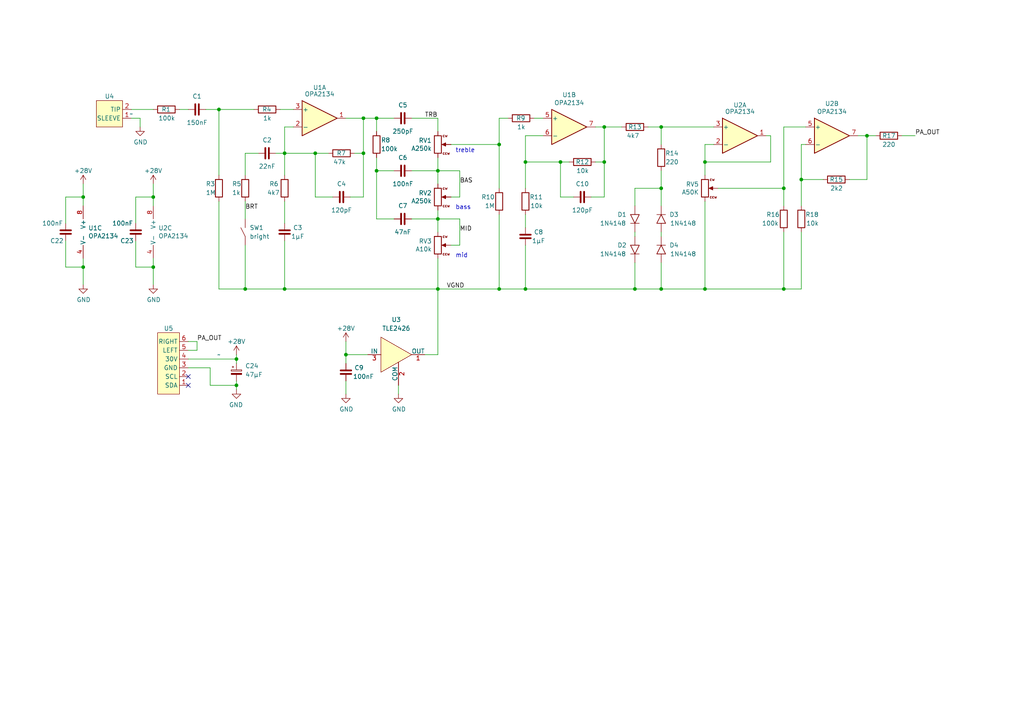
<source format=kicad_sch>
(kicad_sch (version 20230121) (generator eeschema)

  (uuid 127679a9-3981-4934-815e-896a4e3ff56e)

  (paper "A4")

  (lib_symbols
    (symbol "myAmp:1N4148" (pin_numbers hide) (pin_names (offset 1.016) hide) (in_bom yes) (on_board yes)
      (property "Reference" "D" (at 0 2.54 0)
        (effects (font (size 1.27 1.27)))
      )
      (property "Value" "1N4148" (at 0 -2.54 0)
        (effects (font (size 1.27 1.27)))
      )
      (property "Footprint" "" (at 0 0 0)
        (effects (font (size 1.27 1.27)) hide)
      )
      (property "Datasheet" "" (at 0 0 0)
        (effects (font (size 1.27 1.27)) hide)
      )
      (symbol "1N4148_0_1"
        (polyline
          (pts
            (xy -1.27 1.27)
            (xy -1.27 -1.27)
          )
          (stroke (width 0) (type default))
          (fill (type none))
        )
        (polyline
          (pts
            (xy 1.27 1.27)
            (xy 1.27 -1.27)
            (xy -1.27 0)
            (xy 1.27 1.27)
          )
          (stroke (width 0.2032) (type default))
          (fill (type none))
        )
      )
      (symbol "1N4148_1_1"
        (pin passive line (at -3.81 0 0) (length 2.54)
          (name "K" (effects (font (size 1.27 1.27))))
          (number "1" (effects (font (size 1.27 1.27))))
        )
        (pin passive line (at 3.81 0 180) (length 2.54)
          (name "A" (effects (font (size 1.27 1.27))))
          (number "2" (effects (font (size 1.27 1.27))))
        )
      )
    )
    (symbol "myAmp:C" (pin_numbers hide) (pin_names (offset 0.254)) (in_bom yes) (on_board yes)
      (property "Reference" "C" (at 0.635 2.54 0)
        (effects (font (size 1.27 1.27)) (justify left))
      )
      (property "Value" "C" (at 0.635 -2.54 0)
        (effects (font (size 1.27 1.27)) (justify left))
      )
      (property "Footprint" "" (at 0.9652 -3.81 0)
        (effects (font (size 1.27 1.27)) hide)
      )
      (property "Datasheet" "" (at 0 0 0)
        (effects (font (size 1.27 1.27)) hide)
      )
      (symbol "C_0_1"
        (polyline
          (pts
            (xy -1.524 -0.508)
            (xy 1.524 -0.508)
          )
          (stroke (width 0.508) (type default))
          (fill (type none))
        )
        (polyline
          (pts
            (xy -1.524 0.508)
            (xy 1.524 0.508)
          )
          (stroke (width 0.508) (type default))
          (fill (type none))
        )
      )
      (symbol "C_1_1"
        (pin passive line (at 0 2.54 270) (length 1.778)
          (name "~" (effects (font (size 1.27 1.27))))
          (number "1" (effects (font (size 1.27 1.27))))
        )
        (pin passive line (at 0 -2.54 90) (length 1.778)
          (name "~" (effects (font (size 1.27 1.27))))
          (number "2" (effects (font (size 1.27 1.27))))
        )
      )
    )
    (symbol "myAmp:CPOL" (pin_numbers hide) (pin_names (offset 0.254) hide) (in_bom yes) (on_board yes)
      (property "Reference" "C" (at 0.254 1.778 0)
        (effects (font (size 1.27 1.27)) (justify left))
      )
      (property "Value" "CPOL" (at 0.254 -2.032 0)
        (effects (font (size 1.27 1.27)) (justify left))
      )
      (property "Footprint" "" (at 0 0 0)
        (effects (font (size 1.27 1.27)) hide)
      )
      (property "Datasheet" "" (at 0 0 0)
        (effects (font (size 1.27 1.27)) hide)
      )
      (symbol "CPOL_0_1"
        (rectangle (start -1.524 -0.3048) (end 1.524 -0.6858)
          (stroke (width 0) (type default))
          (fill (type outline))
        )
        (rectangle (start -1.524 0.6858) (end 1.524 0.3048)
          (stroke (width 0) (type default))
          (fill (type none))
        )
        (polyline
          (pts
            (xy -1.27 1.524)
            (xy -0.762 1.524)
          )
          (stroke (width 0) (type default))
          (fill (type none))
        )
        (polyline
          (pts
            (xy -1.016 1.27)
            (xy -1.016 1.778)
          )
          (stroke (width 0) (type default))
          (fill (type none))
        )
      )
      (symbol "CPOL_1_1"
        (pin passive line (at 0 2.54 270) (length 1.8542)
          (name "~" (effects (font (size 1.27 1.27))))
          (number "1" (effects (font (size 1.27 1.27))))
        )
        (pin passive line (at 0 -2.54 90) (length 1.8542)
          (name "~" (effects (font (size 1.27 1.27))))
          (number "2" (effects (font (size 1.27 1.27))))
        )
      )
    )
    (symbol "myAmp:EXT_JACK" (in_bom yes) (on_board yes)
      (property "Reference" "U" (at 0 5.08 0)
        (effects (font (size 1.27 1.27)))
      )
      (property "Value" "" (at 5.08 0 0)
        (effects (font (size 1.27 1.27)))
      )
      (property "Footprint" "myAmp:EXT_JACK" (at 0 -5.08 0)
        (effects (font (size 1.27 1.27)) hide)
      )
      (property "Datasheet" "" (at 5.08 0 0)
        (effects (font (size 1.27 1.27)) hide)
      )
      (symbol "EXT_JACK_0_1"
        (rectangle (start -5.08 3.81) (end 2.54 -3.81)
          (stroke (width 0) (type default))
          (fill (type background))
        )
      )
      (symbol "EXT_JACK_1_1"
        (pin input line (at 5.08 -1.27 180) (length 2.54)
          (name "SLEEVE" (effects (font (size 1.27 1.27))))
          (number "1" (effects (font (size 1.27 1.27))))
        )
        (pin input line (at 5.08 1.27 180) (length 2.54)
          (name "TIP" (effects (font (size 1.27 1.27))))
          (number "2" (effects (font (size 1.27 1.27))))
        )
      )
    )
    (symbol "myAmp:NE5532" (pin_names (offset 0.127)) (in_bom yes) (on_board yes)
      (property "Reference" "U" (at 0 5.08 0)
        (effects (font (size 1.27 1.27)) (justify left))
      )
      (property "Value" "NE5532" (at 0 -5.08 0)
        (effects (font (size 1.27 1.27)) (justify left))
      )
      (property "Footprint" "" (at 0 0 0)
        (effects (font (size 1.27 1.27)) hide)
      )
      (property "Datasheet" "" (at 0 0 0)
        (effects (font (size 1.27 1.27)) hide)
      )
      (property "ki_locked" "" (at 0 0 0)
        (effects (font (size 1.27 1.27)))
      )
      (property "ki_fp_filters" "SOIC*3.9x4.9mm*P1.27mm* DIP*W7.62mm* TO*99* OnSemi*Micro8* TSSOP*3x3mm*P0.65mm* TSSOP*4.4x3mm*P0.65mm* MSOP*3x3mm*P0.65mm* SSOP*3.9x4.9mm*P0.635mm* LFCSP*2x2mm*P0.5mm* *SIP* SOIC*5.3x6.2mm*P1.27mm*" (at 0 0 0)
        (effects (font (size 1.27 1.27)) hide)
      )
      (symbol "NE5532_1_1"
        (polyline
          (pts
            (xy -5.08 5.08)
            (xy 5.08 0)
            (xy -5.08 -5.08)
            (xy -5.08 5.08)
          )
          (stroke (width 0.254) (type default))
          (fill (type background))
        )
        (pin output line (at 7.62 0 180) (length 2.54)
          (name "~" (effects (font (size 1.27 1.27))))
          (number "1" (effects (font (size 1.27 1.27))))
        )
        (pin input line (at -7.62 -2.54 0) (length 2.54)
          (name "-" (effects (font (size 1.27 1.27))))
          (number "2" (effects (font (size 1.27 1.27))))
        )
        (pin input line (at -7.62 2.54 0) (length 2.54)
          (name "+" (effects (font (size 1.27 1.27))))
          (number "3" (effects (font (size 1.27 1.27))))
        )
      )
      (symbol "NE5532_2_1"
        (polyline
          (pts
            (xy -5.08 5.08)
            (xy 5.08 0)
            (xy -5.08 -5.08)
            (xy -5.08 5.08)
          )
          (stroke (width 0.254) (type default))
          (fill (type background))
        )
        (pin input line (at -7.62 2.54 0) (length 2.54)
          (name "+" (effects (font (size 1.27 1.27))))
          (number "5" (effects (font (size 1.27 1.27))))
        )
        (pin input line (at -7.62 -2.54 0) (length 2.54)
          (name "-" (effects (font (size 1.27 1.27))))
          (number "6" (effects (font (size 1.27 1.27))))
        )
        (pin output line (at 7.62 0 180) (length 2.54)
          (name "~" (effects (font (size 1.27 1.27))))
          (number "7" (effects (font (size 1.27 1.27))))
        )
      )
      (symbol "NE5532_3_1"
        (pin power_in line (at -2.54 -7.62 90) (length 3.81)
          (name "V-" (effects (font (size 1.27 1.27))))
          (number "4" (effects (font (size 1.27 1.27))))
        )
        (pin power_in line (at -2.54 7.62 270) (length 3.81)
          (name "V+" (effects (font (size 1.27 1.27))))
          (number "8" (effects (font (size 1.27 1.27))))
        )
      )
    )
    (symbol "myAmp:OPAMP" (pin_names (offset 0.127)) (in_bom yes) (on_board yes)
      (property "Reference" "U" (at 0 5.08 0)
        (effects (font (size 1.27 1.27)) (justify left))
      )
      (property "Value" "OPAMP" (at 0 -5.08 0)
        (effects (font (size 1.27 1.27)) (justify left))
      )
      (property "Footprint" "" (at 0 0 0)
        (effects (font (size 1.27 1.27)) hide)
      )
      (property "Datasheet" "" (at 0 0 0)
        (effects (font (size 1.27 1.27)) hide)
      )
      (property "ki_locked" "" (at 0 0 0)
        (effects (font (size 1.27 1.27)))
      )
      (property "ki_fp_filters" "SOIC*3.9x4.9mm*P1.27mm* DIP*W7.62mm* TO*99* OnSemi*Micro8* TSSOP*3x3mm*P0.65mm* TSSOP*4.4x3mm*P0.65mm* MSOP*3x3mm*P0.65mm* SSOP*3.9x4.9mm*P0.635mm* LFCSP*2x2mm*P0.5mm* *SIP* SOIC*5.3x6.2mm*P1.27mm*" (at 0 0 0)
        (effects (font (size 1.27 1.27)) hide)
      )
      (symbol "OPAMP_1_1"
        (polyline
          (pts
            (xy -5.08 5.08)
            (xy 5.08 0)
            (xy -5.08 -5.08)
            (xy -5.08 5.08)
          )
          (stroke (width 0.254) (type default))
          (fill (type background))
        )
        (pin output line (at 7.62 0 180) (length 2.54)
          (name "~" (effects (font (size 1.27 1.27))))
          (number "1" (effects (font (size 1.27 1.27))))
        )
        (pin input line (at -7.62 -2.54 0) (length 2.54)
          (name "-" (effects (font (size 1.27 1.27))))
          (number "2" (effects (font (size 1.27 1.27))))
        )
        (pin input line (at -7.62 2.54 0) (length 2.54)
          (name "+" (effects (font (size 1.27 1.27))))
          (number "3" (effects (font (size 1.27 1.27))))
        )
      )
      (symbol "OPAMP_2_1"
        (polyline
          (pts
            (xy -5.08 5.08)
            (xy 5.08 0)
            (xy -5.08 -5.08)
            (xy -5.08 5.08)
          )
          (stroke (width 0.254) (type default))
          (fill (type background))
        )
        (pin input line (at -7.62 2.54 0) (length 2.54)
          (name "+" (effects (font (size 1.27 1.27))))
          (number "5" (effects (font (size 1.27 1.27))))
        )
        (pin input line (at -7.62 -2.54 0) (length 2.54)
          (name "-" (effects (font (size 1.27 1.27))))
          (number "6" (effects (font (size 1.27 1.27))))
        )
        (pin output line (at 7.62 0 180) (length 2.54)
          (name "~" (effects (font (size 1.27 1.27))))
          (number "7" (effects (font (size 1.27 1.27))))
        )
      )
      (symbol "OPAMP_3_1"
        (pin power_in line (at -2.54 -7.62 90) (length 3.81)
          (name "V-" (effects (font (size 1.27 1.27))))
          (number "4" (effects (font (size 1.27 1.27))))
        )
        (pin power_in line (at -2.54 7.62 270) (length 3.81)
          (name "V+" (effects (font (size 1.27 1.27))))
          (number "8" (effects (font (size 1.27 1.27))))
        )
      )
    )
    (symbol "myAmp:PREAMP_CONN" (in_bom yes) (on_board yes)
      (property "Reference" "U" (at 0 10.16 0)
        (effects (font (size 1.27 1.27)))
      )
      (property "Value" "" (at 13.97 2.54 0)
        (effects (font (size 1.27 1.27)))
      )
      (property "Footprint" "myAmp:PREAMP_CONN" (at 0.635 13.335 0)
        (effects (font (size 1.27 1.27)) hide)
      )
      (property "Datasheet" "" (at 13.97 2.54 0)
        (effects (font (size 1.27 1.27)) hide)
      )
      (symbol "PREAMP_CONN_0_1"
        (rectangle (start -3.81 8.89) (end 2.54 -8.89)
          (stroke (width 0) (type default))
          (fill (type background))
        )
      )
      (symbol "PREAMP_CONN_1_1"
        (pin input line (at 5.08 -6.35 180) (length 2.54)
          (name "SDA" (effects (font (size 1.27 1.27))))
          (number "1" (effects (font (size 1.27 1.27))))
        )
        (pin input line (at 5.08 -3.81 180) (length 2.54)
          (name "SCL" (effects (font (size 1.27 1.27))))
          (number "2" (effects (font (size 1.27 1.27))))
        )
        (pin input line (at 5.08 -1.27 180) (length 2.54)
          (name "GND" (effects (font (size 1.27 1.27))))
          (number "3" (effects (font (size 1.27 1.27))))
        )
        (pin input line (at 5.08 1.27 180) (length 2.54)
          (name "30V" (effects (font (size 1.27 1.27))))
          (number "4" (effects (font (size 1.27 1.27))))
        )
        (pin input line (at 5.08 3.81 180) (length 2.54)
          (name "LEFT" (effects (font (size 1.27 1.27))))
          (number "5" (effects (font (size 1.27 1.27))))
        )
        (pin input line (at 5.08 6.35 180) (length 2.54)
          (name "RIGHT" (effects (font (size 1.27 1.27))))
          (number "6" (effects (font (size 1.27 1.27))))
        )
      )
    )
    (symbol "myAmp:R" (pin_numbers hide) (pin_names (offset 0)) (in_bom yes) (on_board yes)
      (property "Reference" "R" (at 2.032 0 90)
        (effects (font (size 1.27 1.27)))
      )
      (property "Value" "R" (at 0 0 90)
        (effects (font (size 1.27 1.27)))
      )
      (property "Footprint" "" (at -1.778 0 90)
        (effects (font (size 1.27 1.27)) hide)
      )
      (property "Datasheet" "" (at 0 0 0)
        (effects (font (size 1.27 1.27)) hide)
      )
      (property "ki_fp_filters" "R_*" (at 0 0 0)
        (effects (font (size 1.27 1.27)) hide)
      )
      (symbol "R_0_1"
        (rectangle (start -1.016 -2.54) (end 1.016 2.54)
          (stroke (width 0.254) (type default))
          (fill (type none))
        )
      )
      (symbol "R_1_1"
        (pin passive line (at 0 3.81 270) (length 1.27)
          (name "~" (effects (font (size 1.27 1.27))))
          (number "1" (effects (font (size 1.27 1.27))))
        )
        (pin passive line (at 0 -3.81 90) (length 1.27)
          (name "~" (effects (font (size 1.27 1.27))))
          (number "2" (effects (font (size 1.27 1.27))))
        )
      )
    )
    (symbol "myAmp:R_POT" (pin_numbers hide) (pin_names (offset 1.016) hide) (in_bom yes) (on_board yes)
      (property "Reference" "RV" (at -4.445 0 90)
        (effects (font (size 1.27 1.27)))
      )
      (property "Value" "R_POT" (at -2.54 0 90)
        (effects (font (size 1.27 1.27)))
      )
      (property "Footprint" "" (at 0 0 0)
        (effects (font (size 1.27 1.27)) hide)
      )
      (property "Datasheet" "" (at -3.81 -3.81 0)
        (effects (font (size 1.27 1.27)) hide)
      )
      (property "ki_fp_filters" "Potentiometer*" (at 0 0 0)
        (effects (font (size 1.27 1.27)) hide)
      )
      (symbol "R_POT_0_0"
        (text "ccw" (at 1.27 2.54 0)
          (effects (font (size 0.762 0.762)) (justify left))
        )
        (text "cw" (at 1.27 -2.54 0)
          (effects (font (size 0.762 0.762)) (justify left))
        )
      )
      (symbol "R_POT_0_1"
        (polyline
          (pts
            (xy 1.143 0)
            (xy 2.286 0.508)
            (xy 2.286 -0.508)
            (xy 1.143 0)
          )
          (stroke (width 0) (type default))
          (fill (type outline))
        )
        (rectangle (start 1.016 2.54) (end -1.016 -2.54)
          (stroke (width 0.254) (type default))
          (fill (type none))
        )
      )
      (symbol "R_POT_1_1"
        (pin passive line (at 0 3.81 270) (length 1.27)
          (name "1" (effects (font (size 1.27 1.27))))
          (number "1" (effects (font (size 1.27 1.27))))
        )
        (pin passive line (at 3.81 0 180) (length 2.032)
          (name "2" (effects (font (size 1.27 1.27))))
          (number "2" (effects (font (size 1.27 1.27))))
        )
        (pin passive line (at 0 -3.81 90) (length 1.27)
          (name "3" (effects (font (size 1.27 1.27))))
          (number "3" (effects (font (size 1.27 1.27))))
        )
      )
    )
    (symbol "myAmp:SW_SIMPLE" (pin_numbers hide) (pin_names (offset 1.016) hide) (in_bom yes) (on_board yes)
      (property "Reference" "SW" (at 0 -1.27 0)
        (effects (font (size 1.27 1.27)))
      )
      (property "Value" "SW_SIMPLE" (at 0 2.54 0)
        (effects (font (size 1.27 1.27)))
      )
      (property "Footprint" "" (at 0 0 0)
        (effects (font (size 1.524 1.524)))
      )
      (property "Datasheet" "" (at 0 0 0)
        (effects (font (size 1.524 1.524)))
      )
      (symbol "SW_SIMPLE_0_1"
        (polyline
          (pts
            (xy -1.27 0)
            (xy 1.27 1.27)
          )
          (stroke (width 0) (type default))
          (fill (type none))
        )
      )
      (symbol "SW_SIMPLE_1_1"
        (pin passive line (at -3.81 0 0) (length 2.54)
          (name "~" (effects (font (size 1.27 1.27))))
          (number "1" (effects (font (size 1.27 1.27))))
        )
        (pin passive line (at 3.81 0 180) (length 2.54)
          (name "~" (effects (font (size 1.27 1.27))))
          (number "2" (effects (font (size 1.27 1.27))))
        )
      )
    )
    (symbol "myAmp:TL072" (pin_names (offset 0.127)) (in_bom yes) (on_board yes)
      (property "Reference" "U" (at 0 5.08 0)
        (effects (font (size 1.27 1.27)) (justify left))
      )
      (property "Value" "TL072" (at 0 -5.08 0)
        (effects (font (size 1.27 1.27)) (justify left))
      )
      (property "Footprint" "" (at 0 0 0)
        (effects (font (size 1.27 1.27)) hide)
      )
      (property "Datasheet" "" (at 0 0 0)
        (effects (font (size 1.27 1.27)) hide)
      )
      (property "ki_locked" "" (at 0 0 0)
        (effects (font (size 1.27 1.27)))
      )
      (property "ki_fp_filters" "SOIC*3.9x4.9mm*P1.27mm* DIP*W7.62mm* TO*99* OnSemi*Micro8* TSSOP*3x3mm*P0.65mm* TSSOP*4.4x3mm*P0.65mm* MSOP*3x3mm*P0.65mm* SSOP*3.9x4.9mm*P0.635mm* LFCSP*2x2mm*P0.5mm* *SIP* SOIC*5.3x6.2mm*P1.27mm*" (at 0 0 0)
        (effects (font (size 1.27 1.27)) hide)
      )
      (symbol "TL072_1_1"
        (polyline
          (pts
            (xy -5.08 5.08)
            (xy 5.08 0)
            (xy -5.08 -5.08)
            (xy -5.08 5.08)
          )
          (stroke (width 0.254) (type default))
          (fill (type background))
        )
        (pin output line (at 7.62 0 180) (length 2.54)
          (name "~" (effects (font (size 1.27 1.27))))
          (number "1" (effects (font (size 1.27 1.27))))
        )
        (pin input line (at -7.62 -2.54 0) (length 2.54)
          (name "-" (effects (font (size 1.27 1.27))))
          (number "2" (effects (font (size 1.27 1.27))))
        )
        (pin input line (at -7.62 2.54 0) (length 2.54)
          (name "+" (effects (font (size 1.27 1.27))))
          (number "3" (effects (font (size 1.27 1.27))))
        )
      )
      (symbol "TL072_2_1"
        (polyline
          (pts
            (xy -5.08 5.08)
            (xy 5.08 0)
            (xy -5.08 -5.08)
            (xy -5.08 5.08)
          )
          (stroke (width 0.254) (type default))
          (fill (type background))
        )
        (pin input line (at -7.62 2.54 0) (length 2.54)
          (name "+" (effects (font (size 1.27 1.27))))
          (number "5" (effects (font (size 1.27 1.27))))
        )
        (pin input line (at -7.62 -2.54 0) (length 2.54)
          (name "-" (effects (font (size 1.27 1.27))))
          (number "6" (effects (font (size 1.27 1.27))))
        )
        (pin output line (at 7.62 0 180) (length 2.54)
          (name "~" (effects (font (size 1.27 1.27))))
          (number "7" (effects (font (size 1.27 1.27))))
        )
      )
      (symbol "TL072_3_1"
        (pin power_in line (at -2.54 -7.62 90) (length 3.81)
          (name "V-" (effects (font (size 1.27 1.27))))
          (number "4" (effects (font (size 1.27 1.27))))
        )
        (pin power_in line (at -2.54 7.62 270) (length 3.81)
          (name "V+" (effects (font (size 1.27 1.27))))
          (number "8" (effects (font (size 1.27 1.27))))
        )
      )
    )
    (symbol "myAmp:TLE2426" (pin_names (offset 0)) (in_bom yes) (on_board yes)
      (property "Reference" "U" (at -6.35 -6.35 0)
        (effects (font (size 1.27 1.27)))
      )
      (property "Value" "TLE2426" (at 1.27 5.08 0)
        (effects (font (size 1.27 1.27)))
      )
      (property "Footprint" "" (at -15.24 -5.08 0)
        (effects (font (size 1.27 1.27)) hide)
      )
      (property "Datasheet" "" (at -15.24 -5.08 0)
        (effects (font (size 1.27 1.27)) hide)
      )
      (symbol "TLE2426_0_1"
        (polyline
          (pts
            (xy -5.08 5.08)
            (xy -5.08 -5.08)
            (xy 3.81 0)
            (xy -5.08 5.08)
          )
          (stroke (width 0) (type default))
          (fill (type background))
        )
      )
      (symbol "TLE2426_1_1"
        (pin input line (at 7.62 0 180) (length 3.81)
          (name "OUT" (effects (font (size 1.27 1.27))))
          (number "1" (effects (font (size 1.27 1.27))))
        )
        (pin input line (at 0 -8.89 90) (length 6.7056)
          (name "COM" (effects (font (size 1.27 1.27))))
          (number "2" (effects (font (size 1.27 1.27))))
        )
        (pin input line (at -8.89 0 0) (length 3.81)
          (name "IN" (effects (font (size 1.27 1.27))))
          (number "3" (effects (font (size 1.27 1.27))))
        )
      )
    )
    (symbol "power:+28V" (power) (pin_names (offset 0)) (in_bom yes) (on_board yes)
      (property "Reference" "#PWR" (at 0 -3.81 0)
        (effects (font (size 1.27 1.27)) hide)
      )
      (property "Value" "+28V" (at 0 3.81 0)
        (effects (font (size 1.27 1.27)))
      )
      (property "Footprint" "" (at 6.35 1.27 0)
        (effects (font (size 1.27 1.27)) hide)
      )
      (property "Datasheet" "" (at 6.35 1.27 0)
        (effects (font (size 1.27 1.27)) hide)
      )
      (property "ki_keywords" "global power" (at 0 0 0)
        (effects (font (size 1.27 1.27)) hide)
      )
      (property "ki_description" "Power symbol creates a global label with name \"+28V\"" (at 0 0 0)
        (effects (font (size 1.27 1.27)) hide)
      )
      (symbol "+28V_0_1"
        (polyline
          (pts
            (xy -0.762 1.27)
            (xy 0 2.54)
          )
          (stroke (width 0) (type default))
          (fill (type none))
        )
        (polyline
          (pts
            (xy 0 0)
            (xy 0 2.54)
          )
          (stroke (width 0) (type default))
          (fill (type none))
        )
        (polyline
          (pts
            (xy 0 2.54)
            (xy 0.762 1.27)
          )
          (stroke (width 0) (type default))
          (fill (type none))
        )
      )
      (symbol "+28V_1_1"
        (pin power_in line (at 0 0 90) (length 0) hide
          (name "+28V" (effects (font (size 1.27 1.27))))
          (number "1" (effects (font (size 1.27 1.27))))
        )
      )
    )
    (symbol "power:GND" (power) (pin_names (offset 0)) (in_bom yes) (on_board yes)
      (property "Reference" "#PWR" (at 0 -6.35 0)
        (effects (font (size 1.27 1.27)) hide)
      )
      (property "Value" "GND" (at 0 -3.81 0)
        (effects (font (size 1.27 1.27)))
      )
      (property "Footprint" "" (at 0 0 0)
        (effects (font (size 1.27 1.27)) hide)
      )
      (property "Datasheet" "" (at 0 0 0)
        (effects (font (size 1.27 1.27)) hide)
      )
      (property "ki_keywords" "power-flag" (at 0 0 0)
        (effects (font (size 1.27 1.27)) hide)
      )
      (property "ki_description" "Power symbol creates a global label with name \"GND\" , ground" (at 0 0 0)
        (effects (font (size 1.27 1.27)) hide)
      )
      (symbol "GND_0_1"
        (polyline
          (pts
            (xy 0 0)
            (xy 0 -1.27)
            (xy 1.27 -1.27)
            (xy 0 -2.54)
            (xy -1.27 -1.27)
            (xy 0 -1.27)
          )
          (stroke (width 0) (type default))
          (fill (type none))
        )
      )
      (symbol "GND_1_1"
        (pin power_in line (at 0 0 270) (length 0) hide
          (name "GND" (effects (font (size 1.27 1.27))))
          (number "1" (effects (font (size 1.27 1.27))))
        )
      )
    )
  )

  (junction (at 152.4 83.82) (diameter 0) (color 0 0 0 0)
    (uuid 02b48012-b61b-420d-9ffd-c2c71df8794e)
  )
  (junction (at 68.58 111.76) (diameter 0) (color 0 0 0 0)
    (uuid 10508ac5-a607-4af5-9664-45d0490461b7)
  )
  (junction (at 68.58 104.14) (diameter 0) (color 0 0 0 0)
    (uuid 191cfe24-bf0a-491a-be09-17e674e98ef3)
  )
  (junction (at 24.13 77.47) (diameter 0) (color 0 0 0 0)
    (uuid 1bf544e3-5940-4576-9291-2464e95c0ee2)
  )
  (junction (at 251.46 39.37) (diameter 0) (color 0 0 0 0)
    (uuid 1c6e2201-dd25-47eb-a357-d6fddbc18c0c)
  )
  (junction (at 105.41 34.29) (diameter 0) (color 0 0 0 0)
    (uuid 20a4cc7c-8446-43bd-8963-3c828f029cb3)
  )
  (junction (at 71.12 83.82) (diameter 0) (color 0 0 0 0)
    (uuid 2b75019f-c44d-4771-9762-fa1be8f04dca)
  )
  (junction (at 162.56 46.99) (diameter 0) (color 0 0 0 0)
    (uuid 3000e8af-7f4e-4524-958d-d5aaccf6f8b4)
  )
  (junction (at 109.22 49.53) (diameter 0) (color 0 0 0 0)
    (uuid 31540a7e-dc9e-4e4d-96b1-dab15efa5f4b)
  )
  (junction (at 227.33 83.82) (diameter 0) (color 0 0 0 0)
    (uuid 44fd741d-c7b8-47a9-a85d-316415869542)
  )
  (junction (at 204.47 46.99) (diameter 0) (color 0 0 0 0)
    (uuid 4cd9d763-dac1-4fc3-a762-5eed2fd52aad)
  )
  (junction (at 127 83.82) (diameter 0) (color 0 0 0 0)
    (uuid 5120ac2c-1540-48ad-8a7e-2a0f06bc5567)
  )
  (junction (at 63.5 31.75) (diameter 0) (color 0 0 0 0)
    (uuid 51c6a685-e06e-4f91-9655-1f220091abd5)
  )
  (junction (at 232.41 52.07) (diameter 0) (color 0 0 0 0)
    (uuid 601ea992-cba5-41e1-b883-4255c56913d7)
  )
  (junction (at 127 49.53) (diameter 0) (color 0 0 0 0)
    (uuid 6bf05d19-ba3e-4ba6-8a6f-4e0bc45ea3b2)
  )
  (junction (at 175.26 46.99) (diameter 0) (color 0 0 0 0)
    (uuid 72a89ca7-c96a-41fc-8124-926ac7c7ab09)
  )
  (junction (at 44.45 77.47) (diameter 0) (color 0 0 0 0)
    (uuid 7fcf2b67-e5ee-4c05-a0ca-74cb8402a403)
  )
  (junction (at 105.41 44.45) (diameter 0) (color 0 0 0 0)
    (uuid 88902f8c-57c5-4b87-8f2a-4050cc7e1df2)
  )
  (junction (at 82.55 83.82) (diameter 0) (color 0 0 0 0)
    (uuid 991d5b5f-7e98-4a1b-9fcc-d2c6fdb2588a)
  )
  (junction (at 227.33 54.61) (diameter 0) (color 0 0 0 0)
    (uuid 9c33c80d-ce65-46ca-a63e-e44f69650d50)
  )
  (junction (at 175.26 36.83) (diameter 0) (color 0 0 0 0)
    (uuid 9fc85979-b8ad-47ba-9da8-70c09dbad7ce)
  )
  (junction (at 82.55 44.45) (diameter 0) (color 0 0 0 0)
    (uuid a16530cc-5f1c-43ea-82bb-85e6ee702f24)
  )
  (junction (at 91.44 44.45) (diameter 0) (color 0 0 0 0)
    (uuid a3de692f-76db-4a42-9fd2-44609668c541)
  )
  (junction (at 191.77 36.83) (diameter 0) (color 0 0 0 0)
    (uuid a567ad4c-149f-4a45-bbd1-2ce13350ded1)
  )
  (junction (at 191.77 54.61) (diameter 0) (color 0 0 0 0)
    (uuid af76db07-9f0f-45ea-87a6-e7278e52436e)
  )
  (junction (at 191.77 83.82) (diameter 0) (color 0 0 0 0)
    (uuid b3e10045-cc0e-4066-a7df-9a370bacd05f)
  )
  (junction (at 144.78 83.82) (diameter 0) (color 0 0 0 0)
    (uuid c0f76fd4-66cf-4659-9416-d15eac05e60e)
  )
  (junction (at 24.13 57.15) (diameter 0) (color 0 0 0 0)
    (uuid c701ee8e-1214-4781-a973-17bef7b6e3eb)
  )
  (junction (at 184.15 83.82) (diameter 0) (color 0 0 0 0)
    (uuid c8d6f05e-0380-44d0-af54-53e9c78359ac)
  )
  (junction (at 109.22 34.29) (diameter 0) (color 0 0 0 0)
    (uuid d1e48ed2-6ee7-473f-a606-f4dfa977f1b2)
  )
  (junction (at 100.33 102.87) (diameter 0) (color 0 0 0 0)
    (uuid df9b9ec2-83ad-48ab-a905-bc2af728c9d3)
  )
  (junction (at 44.45 57.15) (diameter 0) (color 0 0 0 0)
    (uuid e361ac26-6c12-4b0f-9613-4b5c6c279d70)
  )
  (junction (at 127 63.5) (diameter 0) (color 0 0 0 0)
    (uuid e54e5e19-1deb-49a9-8629-617db8e434c0)
  )
  (junction (at 152.4 46.99) (diameter 0) (color 0 0 0 0)
    (uuid ec1a36c0-cd44-405f-b77c-9c05de0f88fe)
  )
  (junction (at 204.47 83.82) (diameter 0) (color 0 0 0 0)
    (uuid f31a4755-238a-41c6-9934-694a238d925e)
  )
  (junction (at 144.78 41.91) (diameter 0) (color 0 0 0 0)
    (uuid ff1b3123-ad3f-451b-816d-594eeb2739d5)
  )

  (no_connect (at 54.61 111.76) (uuid 0bf43f06-8bc9-4020-b401-f05736e894ac))
  (no_connect (at 54.61 109.22) (uuid da7e79f6-924f-4ebb-ad7e-1eefafccf72a))

  (wire (pts (xy 81.28 31.75) (xy 85.09 31.75))
    (stroke (width 0) (type default))
    (uuid 0209c984-2ba8-4798-b639-bcfe8a6f8788)
  )
  (wire (pts (xy 71.12 58.42) (xy 71.12 63.5))
    (stroke (width 0) (type default))
    (uuid 056eb3ee-eb4d-47be-a388-f62d5e216bb6)
  )
  (wire (pts (xy 133.35 57.15) (xy 130.81 57.15))
    (stroke (width 0) (type default))
    (uuid 065b9982-55f2-4822-977e-07e8a06e7b35)
  )
  (wire (pts (xy 172.72 46.99) (xy 175.26 46.99))
    (stroke (width 0) (type default))
    (uuid 07243188-141c-479f-a116-1c75a00e92a6)
  )
  (wire (pts (xy 227.33 54.61) (xy 227.33 59.69))
    (stroke (width 0) (type default))
    (uuid 072f2e61-285a-4beb-b526-17dea6c83dae)
  )
  (wire (pts (xy 60.96 106.68) (xy 60.96 111.76))
    (stroke (width 0) (type default))
    (uuid 077705e3-4db7-42e7-bf67-41ebd15690cd)
  )
  (wire (pts (xy 144.78 41.91) (xy 144.78 54.61))
    (stroke (width 0) (type default))
    (uuid 084c92c3-a5e3-44d1-82f2-d60dadb2cc99)
  )
  (wire (pts (xy 152.4 46.99) (xy 162.56 46.99))
    (stroke (width 0) (type default))
    (uuid 0acf51f6-ba71-4656-8db1-57c4b25ce00f)
  )
  (wire (pts (xy 38.1 31.75) (xy 44.45 31.75))
    (stroke (width 0) (type default))
    (uuid 0b3ee217-194d-47ff-84f0-f09f51e52aa8)
  )
  (wire (pts (xy 71.12 83.82) (xy 63.5 83.82))
    (stroke (width 0) (type default))
    (uuid 0baa20d6-a63b-4fc0-a3b7-7b97cd304b73)
  )
  (wire (pts (xy 109.22 63.5) (xy 114.3 63.5))
    (stroke (width 0) (type default))
    (uuid 109caac1-5036-4f23-9a66-f569d871501b)
  )
  (wire (pts (xy 184.15 83.82) (xy 152.4 83.82))
    (stroke (width 0) (type default))
    (uuid 11ab9bd7-dcc2-40b6-87f4-08578c17460b)
  )
  (wire (pts (xy 44.45 82.55) (xy 44.45 77.47))
    (stroke (width 0) (type default))
    (uuid 122670de-2990-481a-87d5-9f7cd6d363a7)
  )
  (wire (pts (xy 152.4 39.37) (xy 152.4 46.99))
    (stroke (width 0) (type default))
    (uuid 13293f2e-0971-43db-88ba-654b68413f15)
  )
  (wire (pts (xy 233.68 41.91) (xy 232.41 41.91))
    (stroke (width 0) (type default))
    (uuid 15788a29-2735-4615-9b9a-78145a80aa32)
  )
  (wire (pts (xy 204.47 83.82) (xy 191.77 83.82))
    (stroke (width 0) (type default))
    (uuid 15d2db84-88f0-4792-89d9-55c1752729b9)
  )
  (wire (pts (xy 109.22 49.53) (xy 109.22 63.5))
    (stroke (width 0) (type default))
    (uuid 19b0959e-a79b-43b2-a5ad-525ced7e9131)
  )
  (wire (pts (xy 24.13 57.15) (xy 24.13 59.69))
    (stroke (width 0) (type default))
    (uuid 1a1ab354-5f85-45f9-938c-9f6c4c8c3ea2)
  )
  (wire (pts (xy 39.37 64.77) (xy 39.37 57.15))
    (stroke (width 0) (type default))
    (uuid 1d7597d3-3c30-4b14-ae05-54b4ee673f9a)
  )
  (wire (pts (xy 82.55 69.85) (xy 82.55 83.82))
    (stroke (width 0) (type default))
    (uuid 2054afe9-1023-4c0e-9760-2e172b3ea5eb)
  )
  (wire (pts (xy 127 49.53) (xy 127 53.34))
    (stroke (width 0) (type default))
    (uuid 25e5aa8e-2696-44a3-8d3c-c2c53f2923cf)
  )
  (wire (pts (xy 152.4 83.82) (xy 144.78 83.82))
    (stroke (width 0) (type default))
    (uuid 2b1e1ad7-1294-4cf4-a018-6ac6c107ef0a)
  )
  (wire (pts (xy 119.38 34.29) (xy 127 34.29))
    (stroke (width 0) (type default))
    (uuid 2dc54bac-8640-4dd7-b8ed-3c7acb01a8ea)
  )
  (wire (pts (xy 251.46 39.37) (xy 254 39.37))
    (stroke (width 0) (type default))
    (uuid 302b35e4-6670-451d-a393-9bd0d52c33af)
  )
  (wire (pts (xy 246.38 52.07) (xy 251.46 52.07))
    (stroke (width 0) (type default))
    (uuid 308a0fa9-8953-4bd4-87b3-d3a12b03d857)
  )
  (wire (pts (xy 157.48 39.37) (xy 152.4 39.37))
    (stroke (width 0) (type default))
    (uuid 313fe34f-cb79-463f-acab-1f09917b4be4)
  )
  (wire (pts (xy 68.58 111.76) (xy 68.58 113.03))
    (stroke (width 0) (type default))
    (uuid 383fde8c-068a-49de-afbe-28aeabdd17c4)
  )
  (wire (pts (xy 232.41 67.31) (xy 232.41 83.82))
    (stroke (width 0) (type default))
    (uuid 38c2c5e2-fb3f-4f7a-b0de-e1e4aedcef1e)
  )
  (wire (pts (xy 24.13 77.47) (xy 24.13 74.93))
    (stroke (width 0) (type default))
    (uuid 3aaee4c4-dbf7-49a5-a620-9465d8cc3ae7)
  )
  (wire (pts (xy 157.48 34.29) (xy 154.94 34.29))
    (stroke (width 0) (type default))
    (uuid 3b519229-b07f-42cd-bc2d-077ee3c6097c)
  )
  (wire (pts (xy 127 83.82) (xy 144.78 83.82))
    (stroke (width 0) (type default))
    (uuid 3ef33b35-3093-49a4-9bd8-8cc0f228d30f)
  )
  (wire (pts (xy 19.05 69.85) (xy 19.05 77.47))
    (stroke (width 0) (type default))
    (uuid 42713045-fffd-4b2d-ae1e-7232d705fb12)
  )
  (wire (pts (xy 39.37 57.15) (xy 44.45 57.15))
    (stroke (width 0) (type default))
    (uuid 42d866fb-7236-4e68-9d11-8b22212f5cad)
  )
  (wire (pts (xy 54.61 99.06) (xy 57.15 99.06))
    (stroke (width 0) (type default))
    (uuid 43d243ec-d98d-4bb2-b81a-835b976c6a24)
  )
  (wire (pts (xy 82.55 58.42) (xy 82.55 64.77))
    (stroke (width 0) (type default))
    (uuid 46564e5e-3ce8-4853-9c5a-21f8764785af)
  )
  (wire (pts (xy 251.46 39.37) (xy 248.92 39.37))
    (stroke (width 0) (type default))
    (uuid 495bafa8-3a03-43bb-9339-d5e7932e4fa8)
  )
  (wire (pts (xy 44.45 53.34) (xy 44.45 57.15))
    (stroke (width 0) (type default))
    (uuid 49da7ffe-98fe-4ac1-91cc-da0056f85a81)
  )
  (wire (pts (xy 105.41 57.15) (xy 101.6 57.15))
    (stroke (width 0) (type default))
    (uuid 49f1a2b5-208f-4a81-b3ce-1cbf779706d3)
  )
  (wire (pts (xy 147.32 34.29) (xy 144.78 34.29))
    (stroke (width 0) (type default))
    (uuid 4a3181a8-c30d-423e-9e75-3e2563990fc2)
  )
  (wire (pts (xy 82.55 83.82) (xy 127 83.82))
    (stroke (width 0) (type default))
    (uuid 4d7acf5b-bf09-4d2e-9e96-ed40de40613c)
  )
  (wire (pts (xy 187.96 36.83) (xy 191.77 36.83))
    (stroke (width 0) (type default))
    (uuid 524ec7c1-68dd-4666-be87-706c63e4a0a9)
  )
  (wire (pts (xy 105.41 44.45) (xy 102.87 44.45))
    (stroke (width 0) (type default))
    (uuid 5286a7ed-7490-4102-8b7b-4abb7f37928f)
  )
  (wire (pts (xy 68.58 110.49) (xy 68.58 111.76))
    (stroke (width 0) (type default))
    (uuid 528aa18e-2c11-4c58-a54a-78284a489bc0)
  )
  (wire (pts (xy 191.77 54.61) (xy 191.77 59.69))
    (stroke (width 0) (type default))
    (uuid 53463159-668f-4995-9575-bfadfed27473)
  )
  (wire (pts (xy 127 102.87) (xy 127 83.82))
    (stroke (width 0) (type default))
    (uuid 559e88ca-23d1-4b97-9625-503f04818334)
  )
  (wire (pts (xy 91.44 44.45) (xy 91.44 57.15))
    (stroke (width 0) (type default))
    (uuid 581839df-d31f-4677-92e3-39ecd663da74)
  )
  (wire (pts (xy 191.77 36.83) (xy 207.01 36.83))
    (stroke (width 0) (type default))
    (uuid 5b25767a-0a3c-4e0a-98e2-8e290aa82fd0)
  )
  (wire (pts (xy 166.37 57.15) (xy 162.56 57.15))
    (stroke (width 0) (type default))
    (uuid 5b6ba162-1183-4e11-af1a-c19841b418b6)
  )
  (wire (pts (xy 105.41 44.45) (xy 105.41 57.15))
    (stroke (width 0) (type default))
    (uuid 5b90a3a2-3d92-49e9-8839-b18942212b10)
  )
  (wire (pts (xy 175.26 36.83) (xy 175.26 46.99))
    (stroke (width 0) (type default))
    (uuid 5ed1b8ca-0dc5-43d7-b56f-0fc48ae8924f)
  )
  (wire (pts (xy 130.81 41.91) (xy 144.78 41.91))
    (stroke (width 0) (type default))
    (uuid 605de73e-a7ea-4620-9d22-84bc47769d7a)
  )
  (wire (pts (xy 119.38 63.5) (xy 127 63.5))
    (stroke (width 0) (type default))
    (uuid 609b9e1b-4e3b-42b7-ac76-a62ec4d0e7c7)
  )
  (wire (pts (xy 57.15 99.06) (xy 57.15 101.6))
    (stroke (width 0) (type default))
    (uuid 626dfdd9-d4ac-472c-a4e6-1f1de980f668)
  )
  (wire (pts (xy 232.41 83.82) (xy 227.33 83.82))
    (stroke (width 0) (type default))
    (uuid 65cdb28a-1a44-4b1b-8b4e-a640cff9baf5)
  )
  (wire (pts (xy 24.13 53.34) (xy 24.13 57.15))
    (stroke (width 0) (type default))
    (uuid 6781326c-6e0d-4753-8f28-0f5c687e01f9)
  )
  (wire (pts (xy 105.41 34.29) (xy 109.22 34.29))
    (stroke (width 0) (type default))
    (uuid 690528e4-84cd-40b9-ab31-2b68cf1dd659)
  )
  (wire (pts (xy 207.01 41.91) (xy 204.47 41.91))
    (stroke (width 0) (type default))
    (uuid 692ceaa7-1be3-40c2-ba6d-db20ec2ae861)
  )
  (wire (pts (xy 127 74.93) (xy 127 83.82))
    (stroke (width 0) (type default))
    (uuid 6d1d60ff-408a-47a7-892f-c5cf9ef6ca75)
  )
  (wire (pts (xy 144.78 62.23) (xy 144.78 83.82))
    (stroke (width 0) (type default))
    (uuid 6e47bfeb-abdd-4b2e-8c54-3e123f24ce30)
  )
  (wire (pts (xy 127 45.72) (xy 127 49.53))
    (stroke (width 0) (type default))
    (uuid 70fb572d-d5ec-41e7-9482-63d4578b4f47)
  )
  (wire (pts (xy 63.5 58.42) (xy 63.5 83.82))
    (stroke (width 0) (type default))
    (uuid 72810f8f-5f0b-4dba-a7c6-d5a996dbbba9)
  )
  (wire (pts (xy 152.4 46.99) (xy 152.4 54.61))
    (stroke (width 0) (type default))
    (uuid 76357e8b-01bc-4beb-ae1b-5130d5d5fbaa)
  )
  (wire (pts (xy 19.05 57.15) (xy 24.13 57.15))
    (stroke (width 0) (type default))
    (uuid 7aed3a71-054b-4aaa-9c0a-030523c32827)
  )
  (wire (pts (xy 127 60.96) (xy 127 63.5))
    (stroke (width 0) (type default))
    (uuid 7afa54c4-2181-41d3-81f7-39efc497ecae)
  )
  (wire (pts (xy 223.52 39.37) (xy 223.52 46.99))
    (stroke (width 0) (type default))
    (uuid 7b151785-f26b-4e60-bcd6-2513a71dfec8)
  )
  (wire (pts (xy 109.22 45.72) (xy 109.22 49.53))
    (stroke (width 0) (type default))
    (uuid 7c04618d-9115-4179-b234-a8faf854ea92)
  )
  (wire (pts (xy 144.78 34.29) (xy 144.78 41.91))
    (stroke (width 0) (type default))
    (uuid 7e38feff-9dcf-4251-b748-b533c9f878e1)
  )
  (wire (pts (xy 39.37 77.47) (xy 44.45 77.47))
    (stroke (width 0) (type default))
    (uuid 7e8ed1b0-39ed-47b5-be58-8567103ef7a8)
  )
  (wire (pts (xy 91.44 44.45) (xy 95.25 44.45))
    (stroke (width 0) (type default))
    (uuid 7eecdbcc-749c-49d1-8a81-195f60462cf1)
  )
  (wire (pts (xy 184.15 59.69) (xy 184.15 54.61))
    (stroke (width 0) (type default))
    (uuid 801047ee-dfe5-45eb-8d7d-ecb078751a54)
  )
  (wire (pts (xy 184.15 68.58) (xy 184.15 67.31))
    (stroke (width 0) (type default))
    (uuid 81a15393-727e-448b-a777-b18773023d89)
  )
  (wire (pts (xy 191.77 49.53) (xy 191.77 54.61))
    (stroke (width 0) (type default))
    (uuid 82293935-d5c2-43ed-b74a-284af977c69e)
  )
  (wire (pts (xy 227.33 67.31) (xy 227.33 83.82))
    (stroke (width 0) (type default))
    (uuid 845b04b3-8ac3-4577-bf1a-6126065e3df9)
  )
  (wire (pts (xy 204.47 46.99) (xy 223.52 46.99))
    (stroke (width 0) (type default))
    (uuid 86167905-d3c0-4841-9b62-3532e6f78fb3)
  )
  (wire (pts (xy 100.33 102.87) (xy 100.33 105.41))
    (stroke (width 0) (type default))
    (uuid 861ba390-64aa-43d5-a829-448c8d5cbafe)
  )
  (wire (pts (xy 175.26 57.15) (xy 171.45 57.15))
    (stroke (width 0) (type default))
    (uuid 8b6ea320-08d2-49ea-b756-8da1fdfe7eeb)
  )
  (wire (pts (xy 261.62 39.37) (xy 265.43 39.37))
    (stroke (width 0) (type default))
    (uuid 8bf3af56-e566-4455-b8d0-59fd6ebf0477)
  )
  (wire (pts (xy 119.38 49.53) (xy 127 49.53))
    (stroke (width 0) (type default))
    (uuid 8c1605f9-6c91-4701-96bf-e753661d5e23)
  )
  (wire (pts (xy 19.05 64.77) (xy 19.05 57.15))
    (stroke (width 0) (type default))
    (uuid 9157f4ae-0244-4ff1-9f73-3cb4cbb5f280)
  )
  (wire (pts (xy 82.55 36.83) (xy 82.55 44.45))
    (stroke (width 0) (type default))
    (uuid 937ee8c7-c4f6-4823-8a37-740996fb2d63)
  )
  (wire (pts (xy 232.41 52.07) (xy 238.76 52.07))
    (stroke (width 0) (type default))
    (uuid 94a0339b-4b2d-4bb2-a06a-78f607285aee)
  )
  (wire (pts (xy 133.35 71.12) (xy 133.35 63.5))
    (stroke (width 0) (type default))
    (uuid 970e0f64-111f-41e3-9f5a-fb0d0f6fa101)
  )
  (wire (pts (xy 191.77 76.2) (xy 191.77 83.82))
    (stroke (width 0) (type default))
    (uuid 97cd50c7-888e-4083-a161-c56ad1198589)
  )
  (wire (pts (xy 68.58 104.14) (xy 68.58 102.87))
    (stroke (width 0) (type default))
    (uuid 987116ab-6f47-4191-baf2-d316324898fd)
  )
  (wire (pts (xy 115.57 111.76) (xy 115.57 114.3))
    (stroke (width 0) (type default))
    (uuid 98cbd226-cb13-40f2-856b-fc5c3bedb4e4)
  )
  (wire (pts (xy 100.33 34.29) (xy 105.41 34.29))
    (stroke (width 0) (type default))
    (uuid 997a0816-7d81-4171-aa19-357c273c4a89)
  )
  (wire (pts (xy 172.72 36.83) (xy 175.26 36.83))
    (stroke (width 0) (type default))
    (uuid 9b2196c1-6d6f-4bff-b781-4bffdd5e7308)
  )
  (wire (pts (xy 24.13 82.55) (xy 24.13 77.47))
    (stroke (width 0) (type default))
    (uuid 9bb20359-0f8b-45bc-9d38-6626ed3a939d)
  )
  (wire (pts (xy 71.12 83.82) (xy 82.55 83.82))
    (stroke (width 0) (type default))
    (uuid 9bff63c4-9998-427d-bfb1-0a96eb36c151)
  )
  (wire (pts (xy 175.26 36.83) (xy 180.34 36.83))
    (stroke (width 0) (type default))
    (uuid 9ef5bf48-3189-46b1-87a3-22d69bb8c940)
  )
  (wire (pts (xy 232.41 41.91) (xy 232.41 52.07))
    (stroke (width 0) (type default))
    (uuid a0808d9d-37e9-46d0-b80a-5a764498b891)
  )
  (wire (pts (xy 54.61 104.14) (xy 68.58 104.14))
    (stroke (width 0) (type default))
    (uuid a0e8e269-64e5-4bfd-a7b9-c3186f96261a)
  )
  (wire (pts (xy 44.45 77.47) (xy 44.45 74.93))
    (stroke (width 0) (type default))
    (uuid a236f980-43d3-43cd-9095-b84a3c15ba3f)
  )
  (wire (pts (xy 127 49.53) (xy 133.35 49.53))
    (stroke (width 0) (type default))
    (uuid a24ddb4f-c217-42ca-b6cb-d12da84fb2b9)
  )
  (wire (pts (xy 82.55 44.45) (xy 82.55 50.8))
    (stroke (width 0) (type default))
    (uuid a627e2e5-ebcd-4f61-a830-7b1ece583061)
  )
  (wire (pts (xy 133.35 49.53) (xy 133.35 57.15))
    (stroke (width 0) (type default))
    (uuid a6ccc556-da88-4006-ae1a-cc35733efef3)
  )
  (wire (pts (xy 227.33 83.82) (xy 204.47 83.82))
    (stroke (width 0) (type default))
    (uuid ac9f011c-afd3-4b4b-b20a-786ea2cf7466)
  )
  (wire (pts (xy 60.96 111.76) (xy 68.58 111.76))
    (stroke (width 0) (type default))
    (uuid b1f8fdf3-b126-4789-88cd-ecfa7622d2b6)
  )
  (wire (pts (xy 227.33 36.83) (xy 233.68 36.83))
    (stroke (width 0) (type default))
    (uuid b352d063-de65-46e5-8271-d39b3cbeedb9)
  )
  (wire (pts (xy 40.64 34.29) (xy 40.64 36.83))
    (stroke (width 0) (type default))
    (uuid b3761879-920c-4912-a8aa-4b8760247d11)
  )
  (wire (pts (xy 133.35 63.5) (xy 127 63.5))
    (stroke (width 0) (type default))
    (uuid b6135480-ace6-42b2-9c47-856ef57cded1)
  )
  (wire (pts (xy 59.69 31.75) (xy 63.5 31.75))
    (stroke (width 0) (type default))
    (uuid b75d8c90-2f3e-4c90-a936-ef9b34627542)
  )
  (wire (pts (xy 127 63.5) (xy 127 67.31))
    (stroke (width 0) (type default))
    (uuid b7867831-ef82-4f33-a926-59e5c1c09b91)
  )
  (wire (pts (xy 100.33 99.06) (xy 100.33 102.87))
    (stroke (width 0) (type default))
    (uuid b855bfe5-34d0-479d-a364-e18c747c4021)
  )
  (wire (pts (xy 184.15 76.2) (xy 184.15 83.82))
    (stroke (width 0) (type default))
    (uuid b8c6ce2f-4671-4ece-831a-d97a9388951c)
  )
  (wire (pts (xy 63.5 31.75) (xy 73.66 31.75))
    (stroke (width 0) (type default))
    (uuid bb520069-20de-4528-8d56-e01fcec93bc1)
  )
  (wire (pts (xy 227.33 54.61) (xy 227.33 36.83))
    (stroke (width 0) (type default))
    (uuid bdc62453-8d4d-474c-98aa-5480e18597a0)
  )
  (wire (pts (xy 19.05 77.47) (xy 24.13 77.47))
    (stroke (width 0) (type default))
    (uuid c0515cd2-cdaa-467e-8354-0f6eadfa35c9)
  )
  (wire (pts (xy 232.41 52.07) (xy 232.41 59.69))
    (stroke (width 0) (type default))
    (uuid c1398a48-953c-4fce-98b2-6d1042de28b3)
  )
  (wire (pts (xy 96.52 57.15) (xy 91.44 57.15))
    (stroke (width 0) (type default))
    (uuid c3e738d4-02a9-4aa8-a333-e032080b16c6)
  )
  (wire (pts (xy 71.12 71.12) (xy 71.12 83.82))
    (stroke (width 0) (type default))
    (uuid c4cb0f37-58e9-47b0-8040-60ef3cf8ba75)
  )
  (wire (pts (xy 68.58 104.14) (xy 68.58 105.41))
    (stroke (width 0) (type default))
    (uuid c4de7b28-03f8-4868-aa15-82b865dec83f)
  )
  (wire (pts (xy 39.37 69.85) (xy 39.37 77.47))
    (stroke (width 0) (type default))
    (uuid c514879c-45ec-4701-b4ec-2e648c411641)
  )
  (wire (pts (xy 222.25 39.37) (xy 223.52 39.37))
    (stroke (width 0) (type default))
    (uuid c92d97de-7272-497f-8da2-e5fb35511e74)
  )
  (wire (pts (xy 80.01 44.45) (xy 82.55 44.45))
    (stroke (width 0) (type default))
    (uuid cb7c846d-7b17-4e4d-8328-919a92359c57)
  )
  (wire (pts (xy 100.33 102.87) (xy 106.68 102.87))
    (stroke (width 0) (type default))
    (uuid cdc1c00f-0333-430c-b50a-821cf221a7a9)
  )
  (wire (pts (xy 251.46 52.07) (xy 251.46 39.37))
    (stroke (width 0) (type default))
    (uuid d0b0b189-1b64-41a2-af6f-32e2687ae4cb)
  )
  (wire (pts (xy 204.47 41.91) (xy 204.47 46.99))
    (stroke (width 0) (type default))
    (uuid d384cb8e-a530-4cb7-88ec-fa2af489a612)
  )
  (wire (pts (xy 204.47 58.42) (xy 204.47 83.82))
    (stroke (width 0) (type default))
    (uuid d81e699c-3f9d-465f-8427-630ba6676fc5)
  )
  (wire (pts (xy 130.81 71.12) (xy 133.35 71.12))
    (stroke (width 0) (type default))
    (uuid dc2801a1-d539-4721-b31f-fe196b9f13df)
  )
  (wire (pts (xy 52.07 31.75) (xy 54.61 31.75))
    (stroke (width 0) (type default))
    (uuid df32840e-2912-4088-b54c-9a85f64c0265)
  )
  (wire (pts (xy 204.47 46.99) (xy 204.47 50.8))
    (stroke (width 0) (type default))
    (uuid df39ee0d-c86c-4433-af79-88dabc2cacbd)
  )
  (wire (pts (xy 57.15 101.6) (xy 54.61 101.6))
    (stroke (width 0) (type default))
    (uuid e3d2c823-3c65-4e1c-af8c-b74acc4f1526)
  )
  (wire (pts (xy 114.3 34.29) (xy 109.22 34.29))
    (stroke (width 0) (type default))
    (uuid e4d2f565-25a0-48c6-be59-f4bf31ad2558)
  )
  (wire (pts (xy 109.22 34.29) (xy 109.22 38.1))
    (stroke (width 0) (type default))
    (uuid e502d1d5-04b0-4d4b-b5c3-8c52d09668e7)
  )
  (wire (pts (xy 109.22 49.53) (xy 114.3 49.53))
    (stroke (width 0) (type default))
    (uuid e67b9f8c-019b-4145-98a4-96545f6bb128)
  )
  (wire (pts (xy 63.5 31.75) (xy 63.5 50.8))
    (stroke (width 0) (type default))
    (uuid e7a9751a-d24d-4984-b344-1ec6a8dca1f4)
  )
  (wire (pts (xy 85.09 36.83) (xy 82.55 36.83))
    (stroke (width 0) (type default))
    (uuid e7d11f03-04a8-4a72-bdc7-1a7298530d14)
  )
  (wire (pts (xy 162.56 57.15) (xy 162.56 46.99))
    (stroke (width 0) (type default))
    (uuid e801d31a-0b06-4f92-a289-a61fe2c369b9)
  )
  (wire (pts (xy 82.55 44.45) (xy 91.44 44.45))
    (stroke (width 0) (type default))
    (uuid e9176ed9-4de9-4c84-82f3-52c42e7fd5c7)
  )
  (wire (pts (xy 71.12 44.45) (xy 71.12 50.8))
    (stroke (width 0) (type default))
    (uuid e9959d07-8aae-41f6-bd7f-359d1022b7bc)
  )
  (wire (pts (xy 127 34.29) (xy 127 38.1))
    (stroke (width 0) (type default))
    (uuid eae0ab9f-65b2-44d3-aba7-873c3227fba7)
  )
  (wire (pts (xy 54.61 106.68) (xy 60.96 106.68))
    (stroke (width 0) (type default))
    (uuid eb8d0218-5aea-4baa-b113-b9f7d61cc98f)
  )
  (wire (pts (xy 191.77 36.83) (xy 191.77 41.91))
    (stroke (width 0) (type default))
    (uuid ec5c2062-3a41-4636-8803-069e60a1641a)
  )
  (wire (pts (xy 123.19 102.87) (xy 127 102.87))
    (stroke (width 0) (type default))
    (uuid ef6118ec-13a9-46ad-8004-8921a709a8fa)
  )
  (wire (pts (xy 175.26 46.99) (xy 175.26 57.15))
    (stroke (width 0) (type default))
    (uuid f2603caa-5c98-46d7-972f-e4c0eb1bb59d)
  )
  (wire (pts (xy 162.56 46.99) (xy 165.1 46.99))
    (stroke (width 0) (type default))
    (uuid f447443f-f29d-4f39-b7bd-92f905add41e)
  )
  (wire (pts (xy 152.4 62.23) (xy 152.4 66.04))
    (stroke (width 0) (type default))
    (uuid f5766c65-f996-4232-9f2f-62dcec0ce3fe)
  )
  (wire (pts (xy 44.45 57.15) (xy 44.45 59.69))
    (stroke (width 0) (type default))
    (uuid f5d6daef-31c7-4457-9646-2876206e064f)
  )
  (wire (pts (xy 152.4 71.12) (xy 152.4 83.82))
    (stroke (width 0) (type default))
    (uuid f7618ad6-e672-4488-9f35-58c200c2bbd8)
  )
  (wire (pts (xy 105.41 34.29) (xy 105.41 44.45))
    (stroke (width 0) (type default))
    (uuid f9bcc0ca-e359-49d0-912c-927e6c2ae76c)
  )
  (wire (pts (xy 191.77 83.82) (xy 184.15 83.82))
    (stroke (width 0) (type default))
    (uuid fa2068d5-3b4f-43e0-a46b-6e5211a6bfa5)
  )
  (wire (pts (xy 208.28 54.61) (xy 227.33 54.61))
    (stroke (width 0) (type default))
    (uuid fbc518b6-8dcc-4d70-829f-7b939da53a77)
  )
  (wire (pts (xy 191.77 67.31) (xy 191.77 68.58))
    (stroke (width 0) (type default))
    (uuid fc282fe3-1a1f-4bd7-8a49-a4d382944652)
  )
  (wire (pts (xy 38.1 34.29) (xy 40.64 34.29))
    (stroke (width 0) (type default))
    (uuid fca7b6c2-3209-4e0e-b1a2-d35ec65b375d)
  )
  (wire (pts (xy 71.12 44.45) (xy 74.93 44.45))
    (stroke (width 0) (type default))
    (uuid fd2f249e-b7f0-4efd-8efa-ff945b33667c)
  )
  (wire (pts (xy 184.15 54.61) (xy 191.77 54.61))
    (stroke (width 0) (type default))
    (uuid fef6abb5-6721-484c-a8e2-e85bb51886e1)
  )
  (wire (pts (xy 100.33 110.49) (xy 100.33 114.3))
    (stroke (width 0) (type default))
    (uuid ffee9e64-634f-4a0b-a47e-d96588bcd691)
  )

  (text "treble" (at 132.08 44.45 0)
    (effects (font (size 1.27 1.27)) (justify left bottom))
    (uuid 486eb192-28be-4cdc-83f4-244cc0aaaa89)
  )
  (text "bass" (at 132.08 60.96 0)
    (effects (font (size 1.27 1.27)) (justify left bottom))
    (uuid 524b7787-857f-4d3d-aab1-d0c7d970dcbf)
  )
  (text "mid" (at 132.08 74.93 0)
    (effects (font (size 1.27 1.27)) (justify left bottom))
    (uuid 88d99e98-c94d-48bd-990b-9619aaa4410d)
  )

  (label "PA_OUT" (at 265.43 39.37 0) (fields_autoplaced)
    (effects (font (size 1.27 1.27)) (justify left bottom))
    (uuid 10208456-3790-450e-8e87-e91156d6b5ba)
  )
  (label "PA_OUT" (at 57.15 99.06 0) (fields_autoplaced)
    (effects (font (size 1.27 1.27)) (justify left bottom))
    (uuid 28525219-6953-443f-85a6-d5f4dcc7c9df)
  )
  (label "BRT" (at 71.12 60.96 0) (fields_autoplaced)
    (effects (font (size 1.27 1.27)) (justify left bottom))
    (uuid 3285f620-1c27-4d23-bd99-8af51cadfedd)
  )
  (label "MID" (at 133.35 67.31 0) (fields_autoplaced)
    (effects (font (size 1.27 1.27)) (justify left bottom))
    (uuid 4588bf46-6767-4f27-85b5-dad5810a6195)
  )
  (label "TRB" (at 123.19 34.29 0) (fields_autoplaced)
    (effects (font (size 1.27 1.27)) (justify left bottom))
    (uuid 4fd9e674-2ad2-416a-88e1-96faf6ee6272)
  )
  (label "BAS" (at 133.35 53.34 0) (fields_autoplaced)
    (effects (font (size 1.27 1.27)) (justify left bottom))
    (uuid 607343c6-61f2-466a-b4c9-bdcadbc06ac8)
  )
  (label "VGND" (at 129.54 83.82 0) (fields_autoplaced)
    (effects (font (size 1.27 1.27)) (justify left bottom))
    (uuid f9403623-c00c-4b71-bc5c-d763ff009386)
  )

  (symbol (lib_id "myAmp:NE5532") (at 26.67 67.31 0) (unit 3)
    (in_bom yes) (on_board yes) (dnp no)
    (uuid 00000000-0000-0000-0000-00005f0669d9)
    (property "Reference" "U1" (at 25.6032 66.1416 0)
      (effects (font (size 1.27 1.27)) (justify left))
    )
    (property "Value" "OPA2134" (at 25.6032 68.453 0)
      (effects (font (size 1.27 1.27)) (justify left))
    )
    (property "Footprint" "myAmp:DIP-8" (at 26.67 67.31 0)
      (effects (font (size 1.27 1.27)) hide)
    )
    (property "Datasheet" "" (at 26.67 67.31 0)
      (effects (font (size 1.27 1.27)) hide)
    )
    (pin "1" (uuid 05f67689-b87d-4a73-ba19-8cfc59729f07))
    (pin "2" (uuid bbb56580-aa81-45cb-b1b7-ba0c984ed065))
    (pin "3" (uuid b146471c-fbe5-47f5-9d13-b2781f1eec8e))
    (pin "5" (uuid 1c6e452a-3519-4b92-98f5-9c74f0717054))
    (pin "6" (uuid 2e44eb9d-5214-4281-b589-6f1d5d809dae))
    (pin "7" (uuid f55b2315-ffcf-45cb-b8d5-dd0439b81933))
    (pin "4" (uuid f6c96c0d-4cf7-4e5a-ad96-cb52e5fda138))
    (pin "8" (uuid 3f43b8cc-e232-4de4-a8bc-56a1a1c0a87a))
    (instances
      (project "modulo3-pa27"
        (path "/127679a9-3981-4934-815e-896a4e3ff56e"
          (reference "U1") (unit 3)
        )
      )
    )
  )

  (symbol (lib_id "power:GND") (at 24.13 82.55 0) (unit 1)
    (in_bom yes) (on_board yes) (dnp no)
    (uuid 00000000-0000-0000-0000-00005f0669e6)
    (property "Reference" "#PWR05" (at 24.13 88.9 0)
      (effects (font (size 1.27 1.27)) hide)
    )
    (property "Value" "GND" (at 24.257 86.9442 0)
      (effects (font (size 1.27 1.27)))
    )
    (property "Footprint" "" (at 24.13 82.55 0)
      (effects (font (size 1.27 1.27)) hide)
    )
    (property "Datasheet" "" (at 24.13 82.55 0)
      (effects (font (size 1.27 1.27)) hide)
    )
    (pin "1" (uuid dbe6edc1-ee1c-41ad-b94e-6a468b80b874))
    (instances
      (project "modulo3-pa27"
        (path "/127679a9-3981-4934-815e-896a4e3ff56e"
          (reference "#PWR05") (unit 1)
        )
      )
    )
  )

  (symbol (lib_id "myAmp:C") (at 19.05 67.31 180) (unit 1)
    (in_bom yes) (on_board yes) (dnp no)
    (uuid 00000000-0000-0000-0000-00005f0669ed)
    (property "Reference" "C22" (at 16.51 69.85 0)
      (effects (font (size 1.27 1.27)))
    )
    (property "Value" "100nF" (at 15.24 64.77 0)
      (effects (font (size 1.27 1.27)))
    )
    (property "Footprint" "myAmp:C_1206" (at 18.0848 63.5 0)
      (effects (font (size 1.27 1.27)) hide)
    )
    (property "Datasheet" "" (at 19.05 67.31 0)
      (effects (font (size 1.27 1.27)) hide)
    )
    (pin "1" (uuid 3a013e8f-5b12-499b-8d2d-0ad49966db1a))
    (pin "2" (uuid 7b32ef33-8c7b-417f-9260-1a8773398f8f))
    (instances
      (project "modulo3-pa27"
        (path "/127679a9-3981-4934-815e-896a4e3ff56e"
          (reference "C22") (unit 1)
        )
      )
    )
  )

  (symbol (lib_id "myAmp:TL072") (at 92.71 34.29 0) (unit 1)
    (in_bom yes) (on_board yes) (dnp no)
    (uuid 00000000-0000-0000-0000-000061b3cfd6)
    (property "Reference" "U1" (at 92.71 25.4 0)
      (effects (font (size 1.27 1.27)))
    )
    (property "Value" "OPA2134" (at 92.71 27.2796 0)
      (effects (font (size 1.27 1.27)))
    )
    (property "Footprint" "myAmp:DIP-8" (at 92.71 34.29 0)
      (effects (font (size 1.27 1.27)) hide)
    )
    (property "Datasheet" "" (at 92.71 34.29 0)
      (effects (font (size 1.27 1.27)) hide)
    )
    (pin "1" (uuid b3dfbe76-e5a2-48e9-bf61-46c24ad01a97))
    (pin "2" (uuid 680ed401-4444-41a7-a749-88310d3efeaa))
    (pin "3" (uuid 2b626917-a177-4b61-81a1-fd2a69eb9f9a))
    (pin "5" (uuid 0487eaf1-aed4-43c8-b413-58a751ee6704))
    (pin "6" (uuid 6eb1781a-4418-45eb-995f-e2c7b4183f51))
    (pin "7" (uuid 9c4c8db2-d338-4695-b971-971be00e6569))
    (pin "4" (uuid 4ed7d234-815e-4e43-b467-f8ee88a3ab2a))
    (pin "8" (uuid 839e6734-3db6-4a94-87fb-5f0a4822330f))
    (instances
      (project "modulo3-pa27"
        (path "/127679a9-3981-4934-815e-896a4e3ff56e"
          (reference "U1") (unit 1)
        )
      )
    )
  )

  (symbol (lib_id "myAmp:OPAMP") (at 165.1 36.83 0) (unit 2)
    (in_bom yes) (on_board yes) (dnp no)
    (uuid 00000000-0000-0000-0000-000061b7a1ea)
    (property "Reference" "U1" (at 165.1 27.5082 0)
      (effects (font (size 1.27 1.27)))
    )
    (property "Value" "OPA2134" (at 165.1 29.8196 0)
      (effects (font (size 1.27 1.27)))
    )
    (property "Footprint" "myAmp:DIP-8" (at 165.1 36.83 0)
      (effects (font (size 1.27 1.27)) hide)
    )
    (property "Datasheet" "" (at 165.1 36.83 0)
      (effects (font (size 1.27 1.27)) hide)
    )
    (pin "1" (uuid 76228c87-6eaf-40df-b82d-cd476ff79bab))
    (pin "2" (uuid 28341e20-fb49-4b1f-918f-f121ca9dc24b))
    (pin "3" (uuid afa81dbf-1d19-4d13-85d9-6f57cc013431))
    (pin "5" (uuid 009110da-fae2-454e-8387-1e8fd70409cb))
    (pin "6" (uuid 834d0192-2f8f-45da-a664-ea874d4070f9))
    (pin "7" (uuid bdf9dfdb-3e3e-46cc-8bb8-4372561c164b))
    (pin "4" (uuid 39f4a93e-a66f-49d9-9489-04177f4bdb50))
    (pin "8" (uuid b4b3542d-81a0-443a-a057-e92e83e673be))
    (instances
      (project "modulo3-pa27"
        (path "/127679a9-3981-4934-815e-896a4e3ff56e"
          (reference "U1") (unit 2)
        )
      )
    )
  )

  (symbol (lib_id "myAmp:1N4148") (at 191.77 72.39 270) (unit 1)
    (in_bom yes) (on_board yes) (dnp no)
    (uuid 00000000-0000-0000-0000-000061b97b35)
    (property "Reference" "D4" (at 196.85 71.12 90)
      (effects (font (size 1.27 1.27)) (justify right))
    )
    (property "Value" "1N4148" (at 201.93 73.66 90)
      (effects (font (size 1.27 1.27)) (justify right))
    )
    (property "Footprint" "myAmp:DO35" (at 191.77 72.39 0)
      (effects (font (size 1.27 1.27)) hide)
    )
    (property "Datasheet" "" (at 191.77 72.39 0)
      (effects (font (size 1.27 1.27)) hide)
    )
    (pin "1" (uuid 5ce23b6b-bd8c-44d9-a91a-04985175beda))
    (pin "2" (uuid 8338e846-812b-41c6-ad83-c397e10d62a8))
    (instances
      (project "modulo3-pa27"
        (path "/127679a9-3981-4934-815e-896a4e3ff56e"
          (reference "D4") (unit 1)
        )
      )
    )
  )

  (symbol (lib_id "myAmp:1N4148") (at 191.77 63.5 270) (unit 1)
    (in_bom yes) (on_board yes) (dnp no)
    (uuid 00000000-0000-0000-0000-000061b97ff0)
    (property "Reference" "D3" (at 196.85 62.23 90)
      (effects (font (size 1.27 1.27)) (justify right))
    )
    (property "Value" "1N4148" (at 201.93 64.77 90)
      (effects (font (size 1.27 1.27)) (justify right))
    )
    (property "Footprint" "myAmp:DO35" (at 191.77 63.5 0)
      (effects (font (size 1.27 1.27)) hide)
    )
    (property "Datasheet" "" (at 191.77 63.5 0)
      (effects (font (size 1.27 1.27)) hide)
    )
    (pin "1" (uuid d1e5ef30-0c74-4f13-89aa-ab10a4b051eb))
    (pin "2" (uuid 69b62df2-080c-4fbc-a9ff-a83e6181a480))
    (instances
      (project "modulo3-pa27"
        (path "/127679a9-3981-4934-815e-896a4e3ff56e"
          (reference "D3") (unit 1)
        )
      )
    )
  )

  (symbol (lib_id "myAmp:1N4148") (at 184.15 63.5 90) (unit 1)
    (in_bom yes) (on_board yes) (dnp no)
    (uuid 00000000-0000-0000-0000-000061b9e69a)
    (property "Reference" "D1" (at 179.07 62.23 90)
      (effects (font (size 1.27 1.27)) (justify right))
    )
    (property "Value" "1N4148" (at 173.99 64.77 90)
      (effects (font (size 1.27 1.27)) (justify right))
    )
    (property "Footprint" "myAmp:DO35" (at 184.15 63.5 0)
      (effects (font (size 1.27 1.27)) hide)
    )
    (property "Datasheet" "" (at 184.15 63.5 0)
      (effects (font (size 1.27 1.27)) hide)
    )
    (pin "1" (uuid a8b74637-32ba-4af1-a789-5bc40c758bab))
    (pin "2" (uuid 2335745d-4b86-4498-9fad-6d2729137fe3))
    (instances
      (project "modulo3-pa27"
        (path "/127679a9-3981-4934-815e-896a4e3ff56e"
          (reference "D1") (unit 1)
        )
      )
    )
  )

  (symbol (lib_id "myAmp:1N4148") (at 184.15 72.39 90) (unit 1)
    (in_bom yes) (on_board yes) (dnp no)
    (uuid 00000000-0000-0000-0000-000061b9e6a0)
    (property "Reference" "D2" (at 179.07 71.12 90)
      (effects (font (size 1.27 1.27)) (justify right))
    )
    (property "Value" "1N4148" (at 173.99 73.66 90)
      (effects (font (size 1.27 1.27)) (justify right))
    )
    (property "Footprint" "myAmp:DO35" (at 184.15 72.39 0)
      (effects (font (size 1.27 1.27)) hide)
    )
    (property "Datasheet" "" (at 184.15 72.39 0)
      (effects (font (size 1.27 1.27)) hide)
    )
    (pin "1" (uuid 408b3778-6552-41b5-9096-89c71f84e5ce))
    (pin "2" (uuid ec51372b-772c-40c6-ad58-bf05ad60b91d))
    (instances
      (project "modulo3-pa27"
        (path "/127679a9-3981-4934-815e-896a4e3ff56e"
          (reference "D2") (unit 1)
        )
      )
    )
  )

  (symbol (lib_id "myAmp:C") (at 57.15 31.75 90) (unit 1)
    (in_bom yes) (on_board yes) (dnp no)
    (uuid 00000000-0000-0000-0000-000061baa65d)
    (property "Reference" "C1" (at 57.15 27.94 90)
      (effects (font (size 1.27 1.27)))
    )
    (property "Value" "150nF" (at 57.15 35.56 90)
      (effects (font (size 1.27 1.27)))
    )
    (property "Footprint" "myAmp:C_FILM_L7.2mm_W3.5mm_P5.00mm" (at 60.96 30.7848 0)
      (effects (font (size 1.27 1.27)) hide)
    )
    (property "Datasheet" "" (at 57.15 31.75 0)
      (effects (font (size 1.27 1.27)) hide)
    )
    (pin "1" (uuid d6962950-4b71-4ba8-ac78-7b9bfb3edf70))
    (pin "2" (uuid 4e00f560-8021-4e81-b35e-f0ec870c4011))
    (instances
      (project "modulo3-pa27"
        (path "/127679a9-3981-4934-815e-896a4e3ff56e"
          (reference "C1") (unit 1)
        )
      )
    )
  )

  (symbol (lib_id "myAmp:R_POT") (at 127 41.91 0) (mirror x) (unit 1)
    (in_bom yes) (on_board yes) (dnp no)
    (uuid 00000000-0000-0000-0000-000061c2ed9a)
    (property "Reference" "RV1" (at 125.222 40.7416 0)
      (effects (font (size 1.27 1.27)) (justify right))
    )
    (property "Value" "A250k" (at 125.222 43.053 0)
      (effects (font (size 1.27 1.27)) (justify right))
    )
    (property "Footprint" "myAmp:BOURNS_PTD901_xx15K" (at 127 41.91 0)
      (effects (font (size 1.27 1.27)) hide)
    )
    (property "Datasheet" "" (at 123.19 38.1 0)
      (effects (font (size 1.27 1.27)) hide)
    )
    (pin "1" (uuid 7fd58396-b4e5-46f4-aa37-499fb1457243))
    (pin "2" (uuid 588d3cbf-6c0a-4102-8f72-574f6ea20133))
    (pin "3" (uuid 7803a0ea-b6d3-457b-b195-42c8dc80b579))
    (instances
      (project "modulo3-pa27"
        (path "/127679a9-3981-4934-815e-896a4e3ff56e"
          (reference "RV1") (unit 1)
        )
      )
    )
  )

  (symbol (lib_id "myAmp:R_POT") (at 127 57.15 0) (mirror x) (unit 1)
    (in_bom yes) (on_board yes) (dnp no)
    (uuid 00000000-0000-0000-0000-000061c2f7c7)
    (property "Reference" "RV2" (at 125.222 55.9816 0)
      (effects (font (size 1.27 1.27)) (justify right))
    )
    (property "Value" "A250k" (at 125.222 58.293 0)
      (effects (font (size 1.27 1.27)) (justify right))
    )
    (property "Footprint" "myAmp:BOURNS_PTD901_xx15K" (at 127 57.15 0)
      (effects (font (size 1.27 1.27)) hide)
    )
    (property "Datasheet" "" (at 123.19 53.34 0)
      (effects (font (size 1.27 1.27)) hide)
    )
    (pin "1" (uuid 502090da-c5a3-4316-9f8a-2de92274b2b8))
    (pin "2" (uuid bf046f55-cad5-4e6d-8fc5-1978a2a4f4dc))
    (pin "3" (uuid 5bd9bd00-e17c-4137-8daf-974f4e7eb479))
    (instances
      (project "modulo3-pa27"
        (path "/127679a9-3981-4934-815e-896a4e3ff56e"
          (reference "RV2") (unit 1)
        )
      )
    )
  )

  (symbol (lib_id "myAmp:R_POT") (at 127 71.12 0) (mirror x) (unit 1)
    (in_bom yes) (on_board yes) (dnp no)
    (uuid 00000000-0000-0000-0000-000061c300fc)
    (property "Reference" "RV3" (at 125.2474 69.9516 0)
      (effects (font (size 1.27 1.27)) (justify right))
    )
    (property "Value" "A10k" (at 125.2474 72.263 0)
      (effects (font (size 1.27 1.27)) (justify right))
    )
    (property "Footprint" "myAmp:BOURNS_PTD901_xx15K" (at 127 71.12 0)
      (effects (font (size 1.27 1.27)) hide)
    )
    (property "Datasheet" "" (at 123.19 67.31 0)
      (effects (font (size 1.27 1.27)) hide)
    )
    (pin "1" (uuid 752fa345-d8be-4e99-aad1-e88671f99643))
    (pin "2" (uuid 37e843e9-2538-4a91-9a9b-f536fa0a9e84))
    (pin "3" (uuid 8d33a8d3-c5cc-40b4-ba71-6923d60927e2))
    (instances
      (project "modulo3-pa27"
        (path "/127679a9-3981-4934-815e-896a4e3ff56e"
          (reference "RV3") (unit 1)
        )
      )
    )
  )

  (symbol (lib_id "myAmp:C") (at 116.84 34.29 90) (unit 1)
    (in_bom yes) (on_board yes) (dnp no)
    (uuid 00000000-0000-0000-0000-000061c307c0)
    (property "Reference" "C5" (at 116.84 30.48 90)
      (effects (font (size 1.27 1.27)))
    )
    (property "Value" "250pF" (at 116.84 38.1 90)
      (effects (font (size 1.27 1.27)))
    )
    (property "Footprint" "myAmp:C_2.5MM" (at 120.65 33.3248 0)
      (effects (font (size 1.27 1.27)) hide)
    )
    (property "Datasheet" "" (at 116.84 34.29 0)
      (effects (font (size 1.27 1.27)) hide)
    )
    (pin "1" (uuid afbfe9c5-779f-420f-9855-96eed1cd3301))
    (pin "2" (uuid 584c482d-1251-462e-825c-3a0578bafc6d))
    (instances
      (project "modulo3-pa27"
        (path "/127679a9-3981-4934-815e-896a4e3ff56e"
          (reference "C5") (unit 1)
        )
      )
    )
  )

  (symbol (lib_id "myAmp:R") (at 109.22 41.91 180) (unit 1)
    (in_bom yes) (on_board yes) (dnp no)
    (uuid 00000000-0000-0000-0000-000061c471ae)
    (property "Reference" "R8" (at 110.49 40.64 0)
      (effects (font (size 1.27 1.27)) (justify right))
    )
    (property "Value" "100k" (at 110.49 43.18 0)
      (effects (font (size 1.27 1.27)) (justify right))
    )
    (property "Footprint" "myAmp:R_10MM" (at 110.998 41.91 90)
      (effects (font (size 1.27 1.27)) hide)
    )
    (property "Datasheet" "" (at 109.22 41.91 0)
      (effects (font (size 1.27 1.27)) hide)
    )
    (pin "1" (uuid 7ea15999-0781-4c2e-a266-2adaf5a39946))
    (pin "2" (uuid a632aa3e-0113-4f5d-90b5-27bac9ed8392))
    (instances
      (project "modulo3-pa27"
        (path "/127679a9-3981-4934-815e-896a4e3ff56e"
          (reference "R8") (unit 1)
        )
      )
    )
  )

  (symbol (lib_id "myAmp:C") (at 116.84 49.53 90) (unit 1)
    (in_bom yes) (on_board yes) (dnp no)
    (uuid 00000000-0000-0000-0000-000061c52359)
    (property "Reference" "C6" (at 116.84 45.72 90)
      (effects (font (size 1.27 1.27)))
    )
    (property "Value" "100nF" (at 116.84 53.34 90)
      (effects (font (size 1.27 1.27)))
    )
    (property "Footprint" "myAmp:C_FILM_L7.2mm_W3.5mm_P5.00mm" (at 120.65 48.5648 0)
      (effects (font (size 1.27 1.27)) hide)
    )
    (property "Datasheet" "" (at 116.84 49.53 0)
      (effects (font (size 1.27 1.27)) hide)
    )
    (pin "1" (uuid 5fa23453-de94-4f47-ab66-80326a468ae1))
    (pin "2" (uuid 238ce6dc-0557-409a-ab04-93448fccaac4))
    (instances
      (project "modulo3-pa27"
        (path "/127679a9-3981-4934-815e-896a4e3ff56e"
          (reference "C6") (unit 1)
        )
      )
    )
  )

  (symbol (lib_id "myAmp:C") (at 116.84 63.5 90) (unit 1)
    (in_bom yes) (on_board yes) (dnp no)
    (uuid 00000000-0000-0000-0000-000061c52e5e)
    (property "Reference" "C7" (at 116.84 59.69 90)
      (effects (font (size 1.27 1.27)))
    )
    (property "Value" "47nF" (at 116.84 67.31 90)
      (effects (font (size 1.27 1.27)))
    )
    (property "Footprint" "myAmp:C_FILM_L7.2mm_W3.5mm_P5.00mm" (at 120.65 62.5348 0)
      (effects (font (size 1.27 1.27)) hide)
    )
    (property "Datasheet" "" (at 116.84 63.5 0)
      (effects (font (size 1.27 1.27)) hide)
    )
    (pin "1" (uuid 6f75ea3e-6135-44f5-9313-1aad839ab6f6))
    (pin "2" (uuid 262fe442-673c-4133-92f6-23f6d42651f0))
    (instances
      (project "modulo3-pa27"
        (path "/127679a9-3981-4934-815e-896a4e3ff56e"
          (reference "C7") (unit 1)
        )
      )
    )
  )

  (symbol (lib_id "myAmp:R") (at 257.81 39.37 270) (mirror x) (unit 1)
    (in_bom yes) (on_board yes) (dnp no)
    (uuid 02b81096-a593-4155-ac70-5abbdf379448)
    (property "Reference" "R17" (at 257.81 39.37 90)
      (effects (font (size 1.27 1.27)))
    )
    (property "Value" "220" (at 257.81 41.91 90)
      (effects (font (size 1.27 1.27)))
    )
    (property "Footprint" "myAmp:R_10MM" (at 257.81 41.148 90)
      (effects (font (size 1.27 1.27)) hide)
    )
    (property "Datasheet" "" (at 257.81 39.37 0)
      (effects (font (size 1.27 1.27)) hide)
    )
    (pin "1" (uuid 97e2314d-91e2-450c-83a2-95fe73b9cdd0))
    (pin "2" (uuid e9da3537-a459-4199-8b99-d6eb667c616c))
    (instances
      (project "modulo3-pa27"
        (path "/127679a9-3981-4934-815e-896a4e3ff56e"
          (reference "R17") (unit 1)
        )
      )
    )
  )

  (symbol (lib_id "myAmp:TL072") (at 214.63 39.37 0) (unit 1)
    (in_bom yes) (on_board yes) (dnp no)
    (uuid 07ca6ac3-0a33-476d-b425-60f1081e18bd)
    (property "Reference" "U2" (at 214.63 30.48 0)
      (effects (font (size 1.27 1.27)))
    )
    (property "Value" "OPA2134" (at 214.63 32.3596 0)
      (effects (font (size 1.27 1.27)))
    )
    (property "Footprint" "myAmp:DIP-8" (at 214.63 39.37 0)
      (effects (font (size 1.27 1.27)) hide)
    )
    (property "Datasheet" "" (at 214.63 39.37 0)
      (effects (font (size 1.27 1.27)) hide)
    )
    (pin "1" (uuid 1d950c1b-8b41-452b-b42a-661e859aa6e5))
    (pin "2" (uuid e3dd2361-8a26-4d67-8fa2-04aedf170f2c))
    (pin "3" (uuid afb0c418-d75a-46a9-8280-2c4a04dcffed))
    (pin "5" (uuid 831f34f7-bb54-4f24-afae-cc9c189e51b1))
    (pin "6" (uuid 7c8e1fcd-d984-4f9d-ab1e-50f0418861b3))
    (pin "7" (uuid 5099fd13-c25a-4ef5-a9ee-44f3ca76b570))
    (pin "4" (uuid 373cfb3d-1a7a-436a-b7e1-9b37a06e2161))
    (pin "8" (uuid eda8071c-e750-4143-94ce-008a130d30f2))
    (instances
      (project "modulo3-pa27"
        (path "/127679a9-3981-4934-815e-896a4e3ff56e"
          (reference "U2") (unit 1)
        )
      )
    )
  )

  (symbol (lib_id "myAmp:R") (at 71.12 54.61 180) (unit 1)
    (in_bom yes) (on_board yes) (dnp no)
    (uuid 0f65e9ba-9e16-43b8-b0a0-e53bdabf39ea)
    (property "Reference" "R5" (at 67.31 53.34 0)
      (effects (font (size 1.27 1.27)) (justify right))
    )
    (property "Value" "1k" (at 67.31 55.88 0)
      (effects (font (size 1.27 1.27)) (justify right))
    )
    (property "Footprint" "myAmp:R_10MM" (at 72.898 54.61 90)
      (effects (font (size 1.27 1.27)) hide)
    )
    (property "Datasheet" "" (at 71.12 54.61 0)
      (effects (font (size 1.27 1.27)) hide)
    )
    (pin "1" (uuid 800f7bf4-701c-4c54-956a-f32175994cd3))
    (pin "2" (uuid 125ab1d0-c7a5-4c77-a638-dab6c8b73095))
    (instances
      (project "modulo3-pa27"
        (path "/127679a9-3981-4934-815e-896a4e3ff56e"
          (reference "R5") (unit 1)
        )
      )
    )
  )

  (symbol (lib_id "myAmp:SW_SIMPLE") (at 71.12 67.31 90) (unit 1)
    (in_bom yes) (on_board yes) (dnp no) (fields_autoplaced)
    (uuid 10359249-bda5-4932-958b-3c98dc2eb86c)
    (property "Reference" "SW1" (at 72.39 66.0399 90)
      (effects (font (size 1.27 1.27)) (justify right))
    )
    (property "Value" "bright" (at 72.39 68.5799 90)
      (effects (font (size 1.27 1.27)) (justify right))
    )
    (property "Footprint" "myAmp:JUMPER" (at 71.12 67.31 0)
      (effects (font (size 1.524 1.524)) hide)
    )
    (property "Datasheet" "" (at 71.12 67.31 0)
      (effects (font (size 1.524 1.524)))
    )
    (pin "1" (uuid 06c6ad8a-977e-46c8-b756-7ba1356b3691))
    (pin "2" (uuid 494a0d00-ec3d-47b8-83a6-8fe5c2b9b076))
    (instances
      (project "modulo3-pa27"
        (path "/127679a9-3981-4934-815e-896a4e3ff56e"
          (reference "SW1") (unit 1)
        )
      )
    )
  )

  (symbol (lib_id "myAmp:C") (at 152.4 68.58 180) (unit 1)
    (in_bom yes) (on_board yes) (dnp no)
    (uuid 11af6226-d94c-469b-95d8-d952d2567f76)
    (property "Reference" "C8" (at 156.21 67.31 0)
      (effects (font (size 1.27 1.27)))
    )
    (property "Value" "1µF" (at 156.21 69.85 0)
      (effects (font (size 1.27 1.27)))
    )
    (property "Footprint" "myAmp:C_FILM_L7.2mm_W5.0mm_P5.00mm" (at 151.4348 64.77 0)
      (effects (font (size 1.27 1.27)) hide)
    )
    (property "Datasheet" "" (at 152.4 68.58 0)
      (effects (font (size 1.27 1.27)) hide)
    )
    (pin "1" (uuid 5d2e1601-d6ff-4203-bc11-623c1e929230))
    (pin "2" (uuid 29ede92c-4a46-4c61-ac0d-5d265c29ffa7))
    (instances
      (project "modulo3-pa27"
        (path "/127679a9-3981-4934-815e-896a4e3ff56e"
          (reference "C8") (unit 1)
        )
      )
    )
  )

  (symbol (lib_id "myAmp:R") (at 77.47 31.75 270) (unit 1)
    (in_bom yes) (on_board yes) (dnp no)
    (uuid 1458619f-4ba2-440f-9a7e-e3ff9bd131ba)
    (property "Reference" "R4" (at 78.74 31.75 90)
      (effects (font (size 1.27 1.27)) (justify right))
    )
    (property "Value" "1k" (at 78.74 34.29 90)
      (effects (font (size 1.27 1.27)) (justify right))
    )
    (property "Footprint" "myAmp:R_10MM" (at 77.47 29.972 90)
      (effects (font (size 1.27 1.27)) hide)
    )
    (property "Datasheet" "" (at 77.47 31.75 0)
      (effects (font (size 1.27 1.27)) hide)
    )
    (pin "1" (uuid a8fbe27e-9ac5-4a7e-9fdd-562a15ef552a))
    (pin "2" (uuid 03701660-0af0-4e7b-9171-9ebb83616505))
    (instances
      (project "modulo3-pa27"
        (path "/127679a9-3981-4934-815e-896a4e3ff56e"
          (reference "R4") (unit 1)
        )
      )
    )
  )

  (symbol (lib_id "myAmp:R") (at 48.26 31.75 270) (unit 1)
    (in_bom yes) (on_board yes) (dnp no)
    (uuid 1555d5dd-1735-43a5-b277-e47d612f139e)
    (property "Reference" "R1" (at 49.53 31.75 90)
      (effects (font (size 1.27 1.27)) (justify right))
    )
    (property "Value" "100k" (at 50.8 34.29 90)
      (effects (font (size 1.27 1.27)) (justify right))
    )
    (property "Footprint" "myAmp:R_10MM" (at 48.26 29.972 90)
      (effects (font (size 1.27 1.27)) hide)
    )
    (property "Datasheet" "" (at 48.26 31.75 0)
      (effects (font (size 1.27 1.27)) hide)
    )
    (pin "1" (uuid 0e849339-42d0-4097-8d2c-ea608092e35d))
    (pin "2" (uuid 38a3f5b2-697a-4697-b42c-5587326ae328))
    (instances
      (project "modulo3-pa27"
        (path "/127679a9-3981-4934-815e-896a4e3ff56e"
          (reference "R1") (unit 1)
        )
      )
    )
  )

  (symbol (lib_id "myAmp:CPOL") (at 68.58 107.95 0) (unit 1)
    (in_bom yes) (on_board yes) (dnp no) (fields_autoplaced)
    (uuid 193e6f89-e90a-407b-9332-2aace38b0407)
    (property "Reference" "C24" (at 71.12 106.1338 0)
      (effects (font (size 1.27 1.27)) (justify left))
    )
    (property "Value" "47µF" (at 71.12 108.6738 0)
      (effects (font (size 1.27 1.27)) (justify left))
    )
    (property "Footprint" "myAmp:CPOL_D6.3_P2.5" (at 68.58 107.95 0)
      (effects (font (size 1.27 1.27)) hide)
    )
    (property "Datasheet" "" (at 68.58 107.95 0)
      (effects (font (size 1.27 1.27)) hide)
    )
    (pin "1" (uuid 293a5ceb-5b1a-4ac6-9a03-2b6eacc7dd5a))
    (pin "2" (uuid aebb77c6-607a-4e5a-9181-42125898ef8a))
    (instances
      (project "modulo3-pa27"
        (path "/127679a9-3981-4934-815e-896a4e3ff56e"
          (reference "C24") (unit 1)
        )
      )
    )
  )

  (symbol (lib_id "myAmp:C") (at 168.91 57.15 90) (unit 1)
    (in_bom yes) (on_board yes) (dnp no)
    (uuid 1c4bff62-038b-4006-b722-9d6b6553e13a)
    (property "Reference" "C10" (at 168.91 53.34 90)
      (effects (font (size 1.27 1.27)))
    )
    (property "Value" "120pF" (at 168.91 60.96 90)
      (effects (font (size 1.27 1.27)))
    )
    (property "Footprint" "myAmp:C_2.5MM" (at 172.72 56.1848 0)
      (effects (font (size 1.27 1.27)) hide)
    )
    (property "Datasheet" "" (at 168.91 57.15 0)
      (effects (font (size 1.27 1.27)) hide)
    )
    (pin "1" (uuid c87453a8-25b0-43cb-9bfe-95e83f00c450))
    (pin "2" (uuid 0860fd13-3756-4998-9f52-6b076802f9f0))
    (instances
      (project "modulo3-pa27"
        (path "/127679a9-3981-4934-815e-896a4e3ff56e"
          (reference "C10") (unit 1)
        )
      )
    )
  )

  (symbol (lib_id "myAmp:R") (at 191.77 45.72 0) (mirror x) (unit 1)
    (in_bom yes) (on_board yes) (dnp no)
    (uuid 2020f4d7-0ac8-4012-b4e2-bea79b70b9ed)
    (property "Reference" "R14" (at 196.85 44.45 0)
      (effects (font (size 1.27 1.27)) (justify right))
    )
    (property "Value" "220" (at 196.85 46.99 0)
      (effects (font (size 1.27 1.27)) (justify right))
    )
    (property "Footprint" "myAmp:R_10MM" (at 189.992 45.72 90)
      (effects (font (size 1.27 1.27)) hide)
    )
    (property "Datasheet" "" (at 191.77 45.72 0)
      (effects (font (size 1.27 1.27)) hide)
    )
    (pin "1" (uuid f7049144-36b1-40fa-a69d-78dc4b075264))
    (pin "2" (uuid 714d7ac3-d88d-4997-80db-31af35e7bfdc))
    (instances
      (project "modulo3-pa27"
        (path "/127679a9-3981-4934-815e-896a4e3ff56e"
          (reference "R14") (unit 1)
        )
      )
    )
  )

  (symbol (lib_id "myAmp:R") (at 82.55 54.61 180) (unit 1)
    (in_bom yes) (on_board yes) (dnp no)
    (uuid 23821d5e-1162-4be1-bd1a-cee96d029d76)
    (property "Reference" "R6" (at 78.105 53.34 0)
      (effects (font (size 1.27 1.27)) (justify right))
    )
    (property "Value" "4k7" (at 77.47 55.88 0)
      (effects (font (size 1.27 1.27)) (justify right))
    )
    (property "Footprint" "myAmp:R_10MM" (at 84.328 54.61 90)
      (effects (font (size 1.27 1.27)) hide)
    )
    (property "Datasheet" "" (at 82.55 54.61 0)
      (effects (font (size 1.27 1.27)) hide)
    )
    (pin "1" (uuid e79f64b6-98c6-49f2-bb9f-29cf6cd2705e))
    (pin "2" (uuid 152efcc8-0097-4c67-95a5-8c108bfe4246))
    (instances
      (project "modulo3-pa27"
        (path "/127679a9-3981-4934-815e-896a4e3ff56e"
          (reference "R6") (unit 1)
        )
      )
    )
  )

  (symbol (lib_id "myAmp:R") (at 63.5 54.61 180) (unit 1)
    (in_bom yes) (on_board yes) (dnp no)
    (uuid 25459dbb-c613-4302-b622-188194ae36bd)
    (property "Reference" "R3" (at 59.69 53.34 0)
      (effects (font (size 1.27 1.27)) (justify right))
    )
    (property "Value" "1M" (at 59.69 55.88 0)
      (effects (font (size 1.27 1.27)) (justify right))
    )
    (property "Footprint" "myAmp:R_10MM" (at 65.278 54.61 90)
      (effects (font (size 1.27 1.27)) hide)
    )
    (property "Datasheet" "" (at 63.5 54.61 0)
      (effects (font (size 1.27 1.27)) hide)
    )
    (pin "1" (uuid daa96ac7-9ecb-432d-b1bf-9f4ef5b6ff16))
    (pin "2" (uuid ad11308f-5165-4c47-b4b1-b5a9985a548a))
    (instances
      (project "modulo3-pa27"
        (path "/127679a9-3981-4934-815e-896a4e3ff56e"
          (reference "R3") (unit 1)
        )
      )
    )
  )

  (symbol (lib_id "myAmp:R") (at 168.91 46.99 270) (unit 1)
    (in_bom yes) (on_board yes) (dnp no)
    (uuid 2566a9f3-5df6-4003-ba2c-654293cd1e8a)
    (property "Reference" "R12" (at 168.91 46.99 90)
      (effects (font (size 1.27 1.27)))
    )
    (property "Value" "10k" (at 170.815 49.53 90)
      (effects (font (size 1.27 1.27)) (justify right))
    )
    (property "Footprint" "myAmp:R_10MM" (at 168.91 45.212 90)
      (effects (font (size 1.27 1.27)) hide)
    )
    (property "Datasheet" "" (at 168.91 46.99 0)
      (effects (font (size 1.27 1.27)) hide)
    )
    (pin "1" (uuid 5b1eb4fc-8098-4cc6-b229-fd4a81e9129f))
    (pin "2" (uuid 7035b9bd-7141-459a-b326-8ab829a990a5))
    (instances
      (project "modulo3-pa27"
        (path "/127679a9-3981-4934-815e-896a4e3ff56e"
          (reference "R12") (unit 1)
        )
      )
    )
  )

  (symbol (lib_id "power:+28V") (at 100.33 99.06 0) (unit 1)
    (in_bom yes) (on_board yes) (dnp no) (fields_autoplaced)
    (uuid 3cbf53cd-a21e-4385-a630-be782940036d)
    (property "Reference" "#PWR08" (at 100.33 102.87 0)
      (effects (font (size 1.27 1.27)) hide)
    )
    (property "Value" "+28V" (at 100.33 95.25 0)
      (effects (font (size 1.27 1.27)))
    )
    (property "Footprint" "" (at 106.68 97.79 0)
      (effects (font (size 1.27 1.27)) hide)
    )
    (property "Datasheet" "" (at 106.68 97.79 0)
      (effects (font (size 1.27 1.27)) hide)
    )
    (pin "1" (uuid 39a1a4d6-11a7-49ee-bfb6-250c360ac485))
    (instances
      (project "modulo3-pa27"
        (path "/127679a9-3981-4934-815e-896a4e3ff56e"
          (reference "#PWR08") (unit 1)
        )
      )
    )
  )

  (symbol (lib_id "power:GND") (at 115.57 114.3 0) (unit 1)
    (in_bom yes) (on_board yes) (dnp no)
    (uuid 46d69c52-0c61-4a63-86c5-f0cd79f38838)
    (property "Reference" "#PWR06" (at 115.57 120.65 0)
      (effects (font (size 1.27 1.27)) hide)
    )
    (property "Value" "GND" (at 115.697 118.6942 0)
      (effects (font (size 1.27 1.27)))
    )
    (property "Footprint" "" (at 115.57 114.3 0)
      (effects (font (size 1.27 1.27)) hide)
    )
    (property "Datasheet" "" (at 115.57 114.3 0)
      (effects (font (size 1.27 1.27)) hide)
    )
    (pin "1" (uuid 7ec3b54c-0cb3-4d8a-9ea9-a8277f74f31d))
    (instances
      (project "modulo3-pa27"
        (path "/127679a9-3981-4934-815e-896a4e3ff56e"
          (reference "#PWR06") (unit 1)
        )
      )
    )
  )

  (symbol (lib_id "myAmp:C") (at 99.06 57.15 90) (unit 1)
    (in_bom yes) (on_board yes) (dnp no)
    (uuid 48142eaa-7210-4390-91e8-e59685a2b4d4)
    (property "Reference" "C4" (at 99.06 53.34 90)
      (effects (font (size 1.27 1.27)))
    )
    (property "Value" "120pF" (at 99.06 60.96 90)
      (effects (font (size 1.27 1.27)))
    )
    (property "Footprint" "myAmp:C_2.5MM" (at 102.87 56.1848 0)
      (effects (font (size 1.27 1.27)) hide)
    )
    (property "Datasheet" "" (at 99.06 57.15 0)
      (effects (font (size 1.27 1.27)) hide)
    )
    (pin "1" (uuid 421fc35d-e82f-4835-865e-c913d469ab72))
    (pin "2" (uuid cd0edfac-a734-44a6-a7fd-8418d3b10381))
    (instances
      (project "modulo3-pa27"
        (path "/127679a9-3981-4934-815e-896a4e3ff56e"
          (reference "C4") (unit 1)
        )
      )
    )
  )

  (symbol (lib_id "myAmp:R") (at 99.06 44.45 270) (unit 1)
    (in_bom yes) (on_board yes) (dnp no)
    (uuid 5090a060-acc8-40cf-ace6-341aaed7121b)
    (property "Reference" "R7" (at 100.33 44.45 90)
      (effects (font (size 1.27 1.27)) (justify right))
    )
    (property "Value" "47k" (at 100.33 46.99 90)
      (effects (font (size 1.27 1.27)) (justify right))
    )
    (property "Footprint" "myAmp:R_10MM" (at 99.06 42.672 90)
      (effects (font (size 1.27 1.27)) hide)
    )
    (property "Datasheet" "" (at 99.06 44.45 0)
      (effects (font (size 1.27 1.27)) hide)
    )
    (pin "1" (uuid ec4a711c-6e04-4c4b-930a-8871f017c8ec))
    (pin "2" (uuid 0a93294f-fd01-4343-a887-9063136f9dad))
    (instances
      (project "modulo3-pa27"
        (path "/127679a9-3981-4934-815e-896a4e3ff56e"
          (reference "R7") (unit 1)
        )
      )
    )
  )

  (symbol (lib_id "myAmp:R") (at 242.57 52.07 270) (unit 1)
    (in_bom yes) (on_board yes) (dnp no)
    (uuid 528c4caa-abd9-4c76-a2f9-5cc7d77f317f)
    (property "Reference" "R15" (at 242.57 52.07 90)
      (effects (font (size 1.27 1.27)))
    )
    (property "Value" "2k2" (at 244.475 54.61 90)
      (effects (font (size 1.27 1.27)) (justify right))
    )
    (property "Footprint" "myAmp:R_10MM" (at 242.57 50.292 90)
      (effects (font (size 1.27 1.27)) hide)
    )
    (property "Datasheet" "" (at 242.57 52.07 0)
      (effects (font (size 1.27 1.27)) hide)
    )
    (pin "1" (uuid 12cd9beb-be0d-4226-810b-1f77384b63d5))
    (pin "2" (uuid 5ed4a400-a705-4b00-89ab-2b7f837dd286))
    (instances
      (project "modulo3-pa27"
        (path "/127679a9-3981-4934-815e-896a4e3ff56e"
          (reference "R15") (unit 1)
        )
      )
    )
  )

  (symbol (lib_id "myAmp:C") (at 100.33 107.95 180) (unit 1)
    (in_bom yes) (on_board yes) (dnp no)
    (uuid 5b89da72-879f-440b-96c6-c1f1e0879801)
    (property "Reference" "C9" (at 104.14 106.68 0)
      (effects (font (size 1.27 1.27)))
    )
    (property "Value" "100nF" (at 105.41 109.22 0)
      (effects (font (size 1.27 1.27)))
    )
    (property "Footprint" "myAmp:C_1206" (at 99.3648 104.14 0)
      (effects (font (size 1.27 1.27)) hide)
    )
    (property "Datasheet" "" (at 100.33 107.95 0)
      (effects (font (size 1.27 1.27)) hide)
    )
    (pin "1" (uuid 95dd0dcc-e6ba-4cb9-9a88-76b380c1434c))
    (pin "2" (uuid 78fa9d0a-b319-40f5-af5c-9b67602adf03))
    (instances
      (project "modulo3-pa27"
        (path "/127679a9-3981-4934-815e-896a4e3ff56e"
          (reference "C9") (unit 1)
        )
      )
    )
  )

  (symbol (lib_id "myAmp:C") (at 82.55 67.31 180) (unit 1)
    (in_bom yes) (on_board yes) (dnp no)
    (uuid 66f613c0-61ed-40a1-a380-fef466742922)
    (property "Reference" "C3" (at 86.36 66.04 0)
      (effects (font (size 1.27 1.27)))
    )
    (property "Value" "1µF" (at 86.36 68.58 0)
      (effects (font (size 1.27 1.27)))
    )
    (property "Footprint" "myAmp:C_FILM_L7.2mm_W5.0mm_P5.00mm" (at 81.5848 63.5 0)
      (effects (font (size 1.27 1.27)) hide)
    )
    (property "Datasheet" "" (at 82.55 67.31 0)
      (effects (font (size 1.27 1.27)) hide)
    )
    (pin "1" (uuid 14e521cb-cd77-49b4-98ca-ccbcf7f16b17))
    (pin "2" (uuid ac3899b2-70f0-4734-bc80-9aa08f5b473c))
    (instances
      (project "modulo3-pa27"
        (path "/127679a9-3981-4934-815e-896a4e3ff56e"
          (reference "C3") (unit 1)
        )
      )
    )
  )

  (symbol (lib_id "power:GND") (at 40.64 36.83 0) (unit 1)
    (in_bom yes) (on_board yes) (dnp no)
    (uuid 75cc4d8c-551b-4a47-8d96-55dbd659edd4)
    (property "Reference" "#PWR012" (at 40.64 43.18 0)
      (effects (font (size 1.27 1.27)) hide)
    )
    (property "Value" "GND" (at 40.767 41.2242 0)
      (effects (font (size 1.27 1.27)))
    )
    (property "Footprint" "" (at 40.64 36.83 0)
      (effects (font (size 1.27 1.27)) hide)
    )
    (property "Datasheet" "" (at 40.64 36.83 0)
      (effects (font (size 1.27 1.27)) hide)
    )
    (pin "1" (uuid 50eea880-c1c7-4f57-a32a-22c49b270bd2))
    (instances
      (project "modulo3-pa27"
        (path "/127679a9-3981-4934-815e-896a4e3ff56e"
          (reference "#PWR012") (unit 1)
        )
      )
    )
  )

  (symbol (lib_id "myAmp:R_POT") (at 204.47 54.61 0) (mirror x) (unit 1)
    (in_bom yes) (on_board yes) (dnp no)
    (uuid 77415905-9ad6-47f9-b33e-2e8f06373b35)
    (property "Reference" "RV5" (at 202.7174 53.4416 0)
      (effects (font (size 1.27 1.27)) (justify right))
    )
    (property "Value" "A50K" (at 202.7174 55.753 0)
      (effects (font (size 1.27 1.27)) (justify right))
    )
    (property "Footprint" "myAmp:BOURNS_PTD901_xx15K" (at 204.47 54.61 0)
      (effects (font (size 1.27 1.27)) hide)
    )
    (property "Datasheet" "" (at 200.66 50.8 0)
      (effects (font (size 1.27 1.27)) hide)
    )
    (pin "1" (uuid 43e50fcb-d491-4c63-8cd3-62db325ecabf))
    (pin "2" (uuid 41957e42-a2aa-404a-ac56-fab3172be102))
    (pin "3" (uuid bd3d57d9-f5c5-4ee6-8012-684b8b85c787))
    (instances
      (project "modulo3-pa27"
        (path "/127679a9-3981-4934-815e-896a4e3ff56e"
          (reference "RV5") (unit 1)
        )
      )
    )
  )

  (symbol (lib_id "myAmp:R") (at 151.13 34.29 270) (unit 1)
    (in_bom yes) (on_board yes) (dnp no)
    (uuid 844c38d0-9f18-4b6e-9f2e-f1c5539e0fd4)
    (property "Reference" "R9" (at 152.4 34.29 90)
      (effects (font (size 1.27 1.27)) (justify right))
    )
    (property "Value" "1k" (at 152.4 36.83 90)
      (effects (font (size 1.27 1.27)) (justify right))
    )
    (property "Footprint" "myAmp:R_10MM" (at 151.13 32.512 90)
      (effects (font (size 1.27 1.27)) hide)
    )
    (property "Datasheet" "" (at 151.13 34.29 0)
      (effects (font (size 1.27 1.27)) hide)
    )
    (pin "1" (uuid a2d1c5d7-c76f-4e81-a75c-8d88a87333a3))
    (pin "2" (uuid aa5265e8-5517-4233-91f3-4da27bcc2be2))
    (instances
      (project "modulo3-pa27"
        (path "/127679a9-3981-4934-815e-896a4e3ff56e"
          (reference "R9") (unit 1)
        )
      )
    )
  )

  (symbol (lib_id "power:GND") (at 100.33 114.3 0) (unit 1)
    (in_bom yes) (on_board yes) (dnp no)
    (uuid 84916f83-d8a0-446a-8998-d523c09d50ab)
    (property "Reference" "#PWR0101" (at 100.33 120.65 0)
      (effects (font (size 1.27 1.27)) hide)
    )
    (property "Value" "GND" (at 100.457 118.6942 0)
      (effects (font (size 1.27 1.27)))
    )
    (property "Footprint" "" (at 100.33 114.3 0)
      (effects (font (size 1.27 1.27)) hide)
    )
    (property "Datasheet" "" (at 100.33 114.3 0)
      (effects (font (size 1.27 1.27)) hide)
    )
    (pin "1" (uuid 1e73c20c-5640-4395-9839-e6b19afb1273))
    (instances
      (project "modulo3-pa27"
        (path "/127679a9-3981-4934-815e-896a4e3ff56e"
          (reference "#PWR0101") (unit 1)
        )
      )
    )
  )

  (symbol (lib_id "myAmp:R") (at 227.33 63.5 180) (unit 1)
    (in_bom yes) (on_board yes) (dnp no)
    (uuid 8b87a0e2-0d4e-4917-8cb8-8611032f3b61)
    (property "Reference" "R16" (at 222.25 62.23 0)
      (effects (font (size 1.27 1.27)) (justify right))
    )
    (property "Value" "100k" (at 220.98 64.77 0)
      (effects (font (size 1.27 1.27)) (justify right))
    )
    (property "Footprint" "myAmp:R_10MM" (at 229.108 63.5 90)
      (effects (font (size 1.27 1.27)) hide)
    )
    (property "Datasheet" "" (at 227.33 63.5 0)
      (effects (font (size 1.27 1.27)) hide)
    )
    (pin "1" (uuid 8ebbbc9c-ee48-4bd9-bfff-495d5d1e9f0a))
    (pin "2" (uuid 6d92bb22-e4d6-4390-8778-df8bdaa9fbfd))
    (instances
      (project "modulo3-pa27"
        (path "/127679a9-3981-4934-815e-896a4e3ff56e"
          (reference "R16") (unit 1)
        )
      )
    )
  )

  (symbol (lib_id "power:GND") (at 68.58 113.03 0) (mirror y) (unit 1)
    (in_bom yes) (on_board yes) (dnp no)
    (uuid 90800a4d-a014-4b9a-947e-f975697802ee)
    (property "Reference" "#PWR03" (at 68.58 119.38 0)
      (effects (font (size 1.27 1.27)) hide)
    )
    (property "Value" "GND" (at 68.453 117.4242 0)
      (effects (font (size 1.27 1.27)))
    )
    (property "Footprint" "" (at 68.58 113.03 0)
      (effects (font (size 1.27 1.27)) hide)
    )
    (property "Datasheet" "" (at 68.58 113.03 0)
      (effects (font (size 1.27 1.27)) hide)
    )
    (pin "1" (uuid b787514a-f117-495f-bf3c-80905f7095ec))
    (instances
      (project "modulo3-pa27"
        (path "/127679a9-3981-4934-815e-896a4e3ff56e"
          (reference "#PWR03") (unit 1)
        )
      )
    )
  )

  (symbol (lib_id "myAmp:OPAMP") (at 241.3 39.37 0) (unit 2)
    (in_bom yes) (on_board yes) (dnp no)
    (uuid 9f87d757-baba-43c1-a692-304d3cc977a3)
    (property "Reference" "U2" (at 241.3 30.0482 0)
      (effects (font (size 1.27 1.27)))
    )
    (property "Value" "OPA2134" (at 241.3 32.3596 0)
      (effects (font (size 1.27 1.27)))
    )
    (property "Footprint" "myAmp:DIP-8" (at 241.3 39.37 0)
      (effects (font (size 1.27 1.27)) hide)
    )
    (property "Datasheet" "" (at 241.3 39.37 0)
      (effects (font (size 1.27 1.27)) hide)
    )
    (pin "1" (uuid 2bf49df7-ea46-4971-ac75-61f89d8629a7))
    (pin "2" (uuid 98ff61a0-d52b-40c3-bed0-01da892c0ad0))
    (pin "3" (uuid ea2eed49-fb11-4f73-83f2-9d60b06a6d38))
    (pin "5" (uuid e39d20e7-8ab7-4387-8cdc-5a7635f625dd))
    (pin "6" (uuid f7035847-d4e4-420b-9d94-3a7fc87512e3))
    (pin "7" (uuid 17511cce-fa63-4e98-8b78-bd16debde984))
    (pin "4" (uuid efa4b020-3993-41c9-8e0f-db13f1b098c8))
    (pin "8" (uuid 6c237791-d668-4ad2-b63f-2fe5ae10a9e5))
    (instances
      (project "modulo3-pa27"
        (path "/127679a9-3981-4934-815e-896a4e3ff56e"
          (reference "U2") (unit 2)
        )
      )
    )
  )

  (symbol (lib_id "power:+28V") (at 24.13 53.34 0) (unit 1)
    (in_bom yes) (on_board yes) (dnp no) (fields_autoplaced)
    (uuid aa0a6e26-a8ea-41db-b05e-0feb7a40d846)
    (property "Reference" "#PWR013" (at 24.13 57.15 0)
      (effects (font (size 1.27 1.27)) hide)
    )
    (property "Value" "+28V" (at 24.13 49.53 0)
      (effects (font (size 1.27 1.27)))
    )
    (property "Footprint" "" (at 30.48 52.07 0)
      (effects (font (size 1.27 1.27)) hide)
    )
    (property "Datasheet" "" (at 30.48 52.07 0)
      (effects (font (size 1.27 1.27)) hide)
    )
    (pin "1" (uuid 6734e2b8-19bd-4006-9b6a-c2c976a49c25))
    (instances
      (project "modulo3-pa27"
        (path "/127679a9-3981-4934-815e-896a4e3ff56e"
          (reference "#PWR013") (unit 1)
        )
      )
    )
  )

  (symbol (lib_id "myAmp:R") (at 184.15 36.83 270) (unit 1)
    (in_bom yes) (on_board yes) (dnp no)
    (uuid ac4b941e-1438-4812-8e9e-dceccf076083)
    (property "Reference" "R13" (at 184.15 36.83 90)
      (effects (font (size 1.27 1.27)))
    )
    (property "Value" "4k7" (at 185.42 39.37 90)
      (effects (font (size 1.27 1.27)) (justify right))
    )
    (property "Footprint" "myAmp:R_10MM" (at 184.15 35.052 90)
      (effects (font (size 1.27 1.27)) hide)
    )
    (property "Datasheet" "" (at 184.15 36.83 0)
      (effects (font (size 1.27 1.27)) hide)
    )
    (pin "1" (uuid 837b2054-a32c-4f2f-b679-64718707ad9e))
    (pin "2" (uuid afcf496d-9cd1-45ba-93d9-b6d729f50ce5))
    (instances
      (project "modulo3-pa27"
        (path "/127679a9-3981-4934-815e-896a4e3ff56e"
          (reference "R13") (unit 1)
        )
      )
    )
  )

  (symbol (lib_id "myAmp:C") (at 77.47 44.45 90) (unit 1)
    (in_bom yes) (on_board yes) (dnp no)
    (uuid ae2e9d4a-7d99-4f91-b532-5d8ec352d108)
    (property "Reference" "C2" (at 77.47 40.64 90)
      (effects (font (size 1.27 1.27)))
    )
    (property "Value" "22nF" (at 77.47 48.26 90)
      (effects (font (size 1.27 1.27)))
    )
    (property "Footprint" "myAmp:C_FILM_L7.2mm_W3.5mm_P5.00mm" (at 81.28 43.4848 0)
      (effects (font (size 1.27 1.27)) hide)
    )
    (property "Datasheet" "" (at 77.47 44.45 0)
      (effects (font (size 1.27 1.27)) hide)
    )
    (pin "1" (uuid 4de75c87-3860-471d-ae70-d02c1c388800))
    (pin "2" (uuid af3355be-55f6-427e-b742-7564b62fb1f1))
    (instances
      (project "modulo3-pa27"
        (path "/127679a9-3981-4934-815e-896a4e3ff56e"
          (reference "C2") (unit 1)
        )
      )
    )
  )

  (symbol (lib_id "myAmp:TLE2426") (at 115.57 102.87 0) (unit 1)
    (in_bom yes) (on_board yes) (dnp no) (fields_autoplaced)
    (uuid bb380b0b-5919-4785-b30f-150b7e4abf68)
    (property "Reference" "U3" (at 114.935 92.71 0)
      (effects (font (size 1.27 1.27)))
    )
    (property "Value" "TLE2426" (at 114.935 95.25 0)
      (effects (font (size 1.27 1.27)))
    )
    (property "Footprint" "myAmp:TO-92_Inline_Wide" (at 100.33 107.95 0)
      (effects (font (size 1.27 1.27)) hide)
    )
    (property "Datasheet" "" (at 100.33 107.95 0)
      (effects (font (size 1.27 1.27)) hide)
    )
    (pin "1" (uuid de92f0c6-71eb-4d89-bee5-79c40e1af707))
    (pin "2" (uuid a2b7c0b3-01b9-49ec-8b86-0f8671160bab))
    (pin "3" (uuid 9c34c4e1-1742-4871-b15f-c16103705bfe))
    (instances
      (project "modulo3-pa27"
        (path "/127679a9-3981-4934-815e-896a4e3ff56e"
          (reference "U3") (unit 1)
        )
      )
    )
  )

  (symbol (lib_id "myAmp:R") (at 232.41 63.5 0) (mirror x) (unit 1)
    (in_bom yes) (on_board yes) (dnp no)
    (uuid c38f2f12-6b68-449d-91af-39a54ae9e86f)
    (property "Reference" "R18" (at 237.49 62.23 0)
      (effects (font (size 1.27 1.27)) (justify right))
    )
    (property "Value" "10k" (at 237.49 64.77 0)
      (effects (font (size 1.27 1.27)) (justify right))
    )
    (property "Footprint" "myAmp:R_10MM" (at 230.632 63.5 90)
      (effects (font (size 1.27 1.27)) hide)
    )
    (property "Datasheet" "" (at 232.41 63.5 0)
      (effects (font (size 1.27 1.27)) hide)
    )
    (pin "1" (uuid 17de0b98-d443-4813-9dbf-f27e64132740))
    (pin "2" (uuid 26fa04c7-f0e0-4ae5-9b5e-262e5d1f8322))
    (instances
      (project "modulo3-pa27"
        (path "/127679a9-3981-4934-815e-896a4e3ff56e"
          (reference "R18") (unit 1)
        )
      )
    )
  )

  (symbol (lib_id "myAmp:R") (at 152.4 58.42 0) (mirror x) (unit 1)
    (in_bom yes) (on_board yes) (dnp no)
    (uuid c81b8b5a-dd63-4910-8113-5c39dc989892)
    (property "Reference" "R11" (at 157.48 57.15 0)
      (effects (font (size 1.27 1.27)) (justify right))
    )
    (property "Value" "10k" (at 157.48 59.69 0)
      (effects (font (size 1.27 1.27)) (justify right))
    )
    (property "Footprint" "myAmp:R_10MM" (at 150.622 58.42 90)
      (effects (font (size 1.27 1.27)) hide)
    )
    (property "Datasheet" "" (at 152.4 58.42 0)
      (effects (font (size 1.27 1.27)) hide)
    )
    (pin "1" (uuid d58e4b34-df5e-481a-ba5c-facaa075a75f))
    (pin "2" (uuid 40d471ab-43e7-4fcc-95d3-bee6cdbb1a16))
    (instances
      (project "modulo3-pa27"
        (path "/127679a9-3981-4934-815e-896a4e3ff56e"
          (reference "R11") (unit 1)
        )
      )
    )
  )

  (symbol (lib_id "myAmp:R") (at 144.78 58.42 0) (mirror x) (unit 1)
    (in_bom yes) (on_board yes) (dnp no)
    (uuid ceed724f-d1d3-4134-a99b-541b221ddff3)
    (property "Reference" "R10" (at 143.51 57.15 0)
      (effects (font (size 1.27 1.27)) (justify right))
    )
    (property "Value" "1M" (at 143.51 59.69 0)
      (effects (font (size 1.27 1.27)) (justify right))
    )
    (property "Footprint" "myAmp:R_10MM" (at 143.002 58.42 90)
      (effects (font (size 1.27 1.27)) hide)
    )
    (property "Datasheet" "" (at 144.78 58.42 0)
      (effects (font (size 1.27 1.27)) hide)
    )
    (pin "1" (uuid 1786f4c8-d574-4d60-9ea3-42a2e1bad9b6))
    (pin "2" (uuid 24ebfe0d-f937-4b18-8f57-962eb9ad8e4b))
    (instances
      (project "modulo3-pa27"
        (path "/127679a9-3981-4934-815e-896a4e3ff56e"
          (reference "R10") (unit 1)
        )
      )
    )
  )

  (symbol (lib_id "power:GND") (at 44.45 82.55 0) (unit 1)
    (in_bom yes) (on_board yes) (dnp no)
    (uuid d007f314-5215-4be4-8b4a-734082f3c061)
    (property "Reference" "#PWR011" (at 44.45 88.9 0)
      (effects (font (size 1.27 1.27)) hide)
    )
    (property "Value" "GND" (at 44.577 86.9442 0)
      (effects (font (size 1.27 1.27)))
    )
    (property "Footprint" "" (at 44.45 82.55 0)
      (effects (font (size 1.27 1.27)) hide)
    )
    (property "Datasheet" "" (at 44.45 82.55 0)
      (effects (font (size 1.27 1.27)) hide)
    )
    (pin "1" (uuid 73dd03f7-73b3-4c52-9105-c31decbab8ee))
    (instances
      (project "modulo3-pa27"
        (path "/127679a9-3981-4934-815e-896a4e3ff56e"
          (reference "#PWR011") (unit 1)
        )
      )
    )
  )

  (symbol (lib_id "myAmp:EXT_JACK") (at 33.02 33.02 0) (unit 1)
    (in_bom yes) (on_board yes) (dnp no) (fields_autoplaced)
    (uuid d5b92679-0d6d-4859-9742-55fe766805cb)
    (property "Reference" "U4" (at 31.75 27.94 0)
      (effects (font (size 1.27 1.27)))
    )
    (property "Value" "~" (at 38.1 33.02 0)
      (effects (font (size 1.27 1.27)))
    )
    (property "Footprint" "myAmp:EXT_JACK" (at 33.02 38.1 0)
      (effects (font (size 1.27 1.27)) hide)
    )
    (property "Datasheet" "" (at 38.1 33.02 0)
      (effects (font (size 1.27 1.27)) hide)
    )
    (pin "1" (uuid 904aa350-9d47-41ec-813a-070edd7b5155))
    (pin "2" (uuid aae11308-f3db-42ae-99c7-351ebfa714c4))
    (instances
      (project "modulo3-pa27"
        (path "/127679a9-3981-4934-815e-896a4e3ff56e"
          (reference "U4") (unit 1)
        )
      )
    )
  )

  (symbol (lib_id "myAmp:PREAMP_CONN") (at 49.53 105.41 0) (unit 1)
    (in_bom yes) (on_board yes) (dnp no) (fields_autoplaced)
    (uuid e8d8da4b-1fff-4203-945c-71b5409e2c22)
    (property "Reference" "U5" (at 48.895 95.25 0)
      (effects (font (size 1.27 1.27)))
    )
    (property "Value" "~" (at 63.5 102.87 0)
      (effects (font (size 1.27 1.27)))
    )
    (property "Footprint" "myAmp:PREAMP_CONN" (at 50.165 92.075 0)
      (effects (font (size 1.27 1.27)) hide)
    )
    (property "Datasheet" "" (at 63.5 102.87 0)
      (effects (font (size 1.27 1.27)) hide)
    )
    (pin "1" (uuid b42d4339-3327-4755-8efc-1cb5ea28306e))
    (pin "2" (uuid 52820a5c-9a2b-492f-8737-ad912c8a400d))
    (pin "3" (uuid 94ac8b21-ca35-4a90-8440-451b9b0cdbba))
    (pin "4" (uuid 35b983b4-d03f-482f-b2bb-041c862b5ed0))
    (pin "5" (uuid e699aa61-2724-4c73-a9cd-bd25f5e30203))
    (pin "6" (uuid 2126a132-f6e4-4dee-9804-61ab7df31ffc))
    (instances
      (project "modulo3-pa27"
        (path "/127679a9-3981-4934-815e-896a4e3ff56e"
          (reference "U5") (unit 1)
        )
      )
    )
  )

  (symbol (lib_id "power:+28V") (at 68.58 102.87 0) (unit 1)
    (in_bom yes) (on_board yes) (dnp no) (fields_autoplaced)
    (uuid edc6bc53-c195-4d9f-bbf0-989b7fe9660b)
    (property "Reference" "#PWR01" (at 68.58 106.68 0)
      (effects (font (size 1.27 1.27)) hide)
    )
    (property "Value" "+28V" (at 68.58 99.06 0)
      (effects (font (size 1.27 1.27)))
    )
    (property "Footprint" "" (at 74.93 101.6 0)
      (effects (font (size 1.27 1.27)) hide)
    )
    (property "Datasheet" "" (at 74.93 101.6 0)
      (effects (font (size 1.27 1.27)) hide)
    )
    (pin "1" (uuid e11bb545-010c-4eb6-a762-0dec04873b47))
    (instances
      (project "modulo3-pa27"
        (path "/127679a9-3981-4934-815e-896a4e3ff56e"
          (reference "#PWR01") (unit 1)
        )
      )
    )
  )

  (symbol (lib_id "power:+28V") (at 44.45 53.34 0) (unit 1)
    (in_bom yes) (on_board yes) (dnp no) (fields_autoplaced)
    (uuid f02282f4-0f8d-4667-997a-250e40e04209)
    (property "Reference" "#PWR02" (at 44.45 57.15 0)
      (effects (font (size 1.27 1.27)) hide)
    )
    (property "Value" "+28V" (at 44.45 49.53 0)
      (effects (font (size 1.27 1.27)))
    )
    (property "Footprint" "" (at 50.8 52.07 0)
      (effects (font (size 1.27 1.27)) hide)
    )
    (property "Datasheet" "" (at 50.8 52.07 0)
      (effects (font (size 1.27 1.27)) hide)
    )
    (pin "1" (uuid bd5f8930-3d96-4e8d-9278-b57c40c166b0))
    (instances
      (project "modulo3-pa27"
        (path "/127679a9-3981-4934-815e-896a4e3ff56e"
          (reference "#PWR02") (unit 1)
        )
      )
    )
  )

  (symbol (lib_id "myAmp:NE5532") (at 46.99 67.31 0) (unit 3)
    (in_bom yes) (on_board yes) (dnp no)
    (uuid f6c5c928-08a2-4899-b0cd-ed1c4e12a5c1)
    (property "Reference" "U2" (at 45.9232 66.1416 0)
      (effects (font (size 1.27 1.27)) (justify left))
    )
    (property "Value" "OPA2134" (at 45.9232 68.453 0)
      (effects (font (size 1.27 1.27)) (justify left))
    )
    (property "Footprint" "myAmp:DIP-8" (at 46.99 67.31 0)
      (effects (font (size 1.27 1.27)) hide)
    )
    (property "Datasheet" "" (at 46.99 67.31 0)
      (effects (font (size 1.27 1.27)) hide)
    )
    (pin "1" (uuid 0f2380dd-3d0c-4344-9111-056457fe100b))
    (pin "2" (uuid 0bf360fe-d53b-4fba-8e46-9750b65ec503))
    (pin "3" (uuid fa5e550a-15ca-428e-9a28-8858ec4b8cc1))
    (pin "5" (uuid bfb983d4-33d7-434d-a8de-68d21eefb4ce))
    (pin "6" (uuid 3070e453-5a48-4337-bc8a-aaea9f0903c4))
    (pin "7" (uuid 476016a1-85a2-490a-9e22-631280b45f0e))
    (pin "4" (uuid c73c78e2-fcf7-4671-8690-a3745b53fb8c))
    (pin "8" (uuid 40802f66-94da-4e2a-abd9-94b54cba61b5))
    (instances
      (project "modulo3-pa27"
        (path "/127679a9-3981-4934-815e-896a4e3ff56e"
          (reference "U2") (unit 3)
        )
      )
    )
  )

  (symbol (lib_id "myAmp:C") (at 39.37 67.31 180) (unit 1)
    (in_bom yes) (on_board yes) (dnp no)
    (uuid fb1c6638-be6b-421d-993a-23927fb374fb)
    (property "Reference" "C23" (at 36.83 69.85 0)
      (effects (font (size 1.27 1.27)))
    )
    (property "Value" "100nF" (at 35.56 64.77 0)
      (effects (font (size 1.27 1.27)))
    )
    (property "Footprint" "myAmp:C_1206" (at 38.4048 63.5 0)
      (effects (font (size 1.27 1.27)) hide)
    )
    (property "Datasheet" "" (at 39.37 67.31 0)
      (effects (font (size 1.27 1.27)) hide)
    )
    (pin "1" (uuid 27343f22-c065-438b-90e0-1ca78eb8cac6))
    (pin "2" (uuid 1f8d1d09-2073-4df0-a6a3-6a5bab300c96))
    (instances
      (project "modulo3-pa27"
        (path "/127679a9-3981-4934-815e-896a4e3ff56e"
          (reference "C23") (unit 1)
        )
      )
    )
  )

  (sheet_instances
    (path "/" (page "1"))
  )
)

</source>
